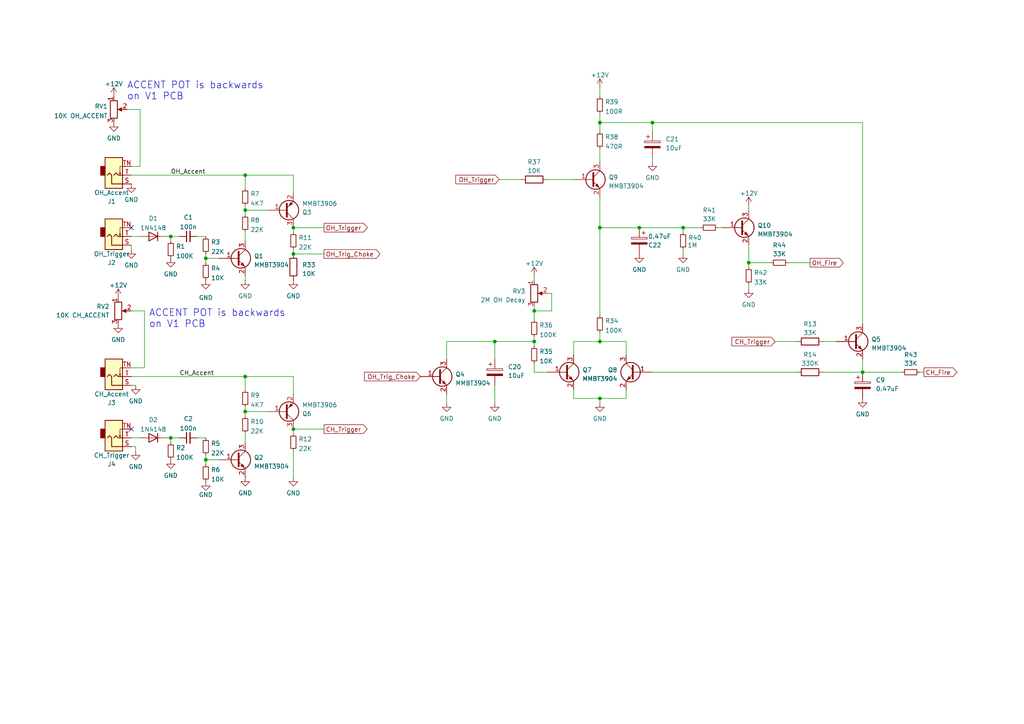
<source format=kicad_sch>
(kicad_sch (version 20230121) (generator eeschema)

  (uuid f046dfca-e2c6-4032-b8c2-0600cbdca1f1)

  (paper "A4")

  (lib_symbols
    (symbol "Connector_Audio:AudioJack2_SwitchT" (in_bom yes) (on_board yes)
      (property "Reference" "J" (at 0 8.89 0)
        (effects (font (size 1.27 1.27)))
      )
      (property "Value" "AudioJack2_SwitchT" (at 0 6.35 0)
        (effects (font (size 1.27 1.27)))
      )
      (property "Footprint" "" (at 0 0 0)
        (effects (font (size 1.27 1.27)) hide)
      )
      (property "Datasheet" "~" (at 0 0 0)
        (effects (font (size 1.27 1.27)) hide)
      )
      (property "ki_keywords" "audio jack receptacle mono headphones phone TS connector" (at 0 0 0)
        (effects (font (size 1.27 1.27)) hide)
      )
      (property "ki_description" "Audio Jack, 2 Poles (Mono / TS), Switched T Pole (Normalling)" (at 0 0 0)
        (effects (font (size 1.27 1.27)) hide)
      )
      (property "ki_fp_filters" "Jack*" (at 0 0 0)
        (effects (font (size 1.27 1.27)) hide)
      )
      (symbol "AudioJack2_SwitchT_0_1"
        (rectangle (start -2.54 0) (end -3.81 -2.54)
          (stroke (width 0.254) (type default))
          (fill (type outline))
        )
        (polyline
          (pts
            (xy 1.778 -0.254)
            (xy 2.032 -0.762)
          )
          (stroke (width 0) (type default))
          (fill (type none))
        )
        (polyline
          (pts
            (xy 0 0)
            (xy 0.635 -0.635)
            (xy 1.27 0)
            (xy 2.54 0)
          )
          (stroke (width 0.254) (type default))
          (fill (type none))
        )
        (polyline
          (pts
            (xy 2.54 -2.54)
            (xy 1.778 -2.54)
            (xy 1.778 -0.254)
            (xy 1.524 -0.762)
          )
          (stroke (width 0) (type default))
          (fill (type none))
        )
        (polyline
          (pts
            (xy 2.54 2.54)
            (xy -0.635 2.54)
            (xy -0.635 0)
            (xy -1.27 -0.635)
            (xy -1.905 0)
          )
          (stroke (width 0.254) (type default))
          (fill (type none))
        )
        (rectangle (start 2.54 3.81) (end -2.54 -5.08)
          (stroke (width 0.254) (type default))
          (fill (type background))
        )
      )
      (symbol "AudioJack2_SwitchT_1_1"
        (pin passive line (at 5.08 2.54 180) (length 2.54)
          (name "~" (effects (font (size 1.27 1.27))))
          (number "S" (effects (font (size 1.27 1.27))))
        )
        (pin passive line (at 5.08 0 180) (length 2.54)
          (name "~" (effects (font (size 1.27 1.27))))
          (number "T" (effects (font (size 1.27 1.27))))
        )
        (pin passive line (at 5.08 -2.54 180) (length 2.54)
          (name "~" (effects (font (size 1.27 1.27))))
          (number "TN" (effects (font (size 1.27 1.27))))
        )
      )
    )
    (symbol "Device:C_Polarized" (pin_numbers hide) (pin_names (offset 0.254)) (in_bom yes) (on_board yes)
      (property "Reference" "C" (at 0.635 2.54 0)
        (effects (font (size 1.27 1.27)) (justify left))
      )
      (property "Value" "C_Polarized" (at 0.635 -2.54 0)
        (effects (font (size 1.27 1.27)) (justify left))
      )
      (property "Footprint" "" (at 0.9652 -3.81 0)
        (effects (font (size 1.27 1.27)) hide)
      )
      (property "Datasheet" "~" (at 0 0 0)
        (effects (font (size 1.27 1.27)) hide)
      )
      (property "ki_keywords" "cap capacitor" (at 0 0 0)
        (effects (font (size 1.27 1.27)) hide)
      )
      (property "ki_description" "Polarized capacitor" (at 0 0 0)
        (effects (font (size 1.27 1.27)) hide)
      )
      (property "ki_fp_filters" "CP_*" (at 0 0 0)
        (effects (font (size 1.27 1.27)) hide)
      )
      (symbol "C_Polarized_0_1"
        (rectangle (start -2.286 0.508) (end 2.286 1.016)
          (stroke (width 0) (type default))
          (fill (type none))
        )
        (polyline
          (pts
            (xy -1.778 2.286)
            (xy -0.762 2.286)
          )
          (stroke (width 0) (type default))
          (fill (type none))
        )
        (polyline
          (pts
            (xy -1.27 2.794)
            (xy -1.27 1.778)
          )
          (stroke (width 0) (type default))
          (fill (type none))
        )
        (rectangle (start 2.286 -0.508) (end -2.286 -1.016)
          (stroke (width 0) (type default))
          (fill (type outline))
        )
      )
      (symbol "C_Polarized_1_1"
        (pin passive line (at 0 3.81 270) (length 2.794)
          (name "~" (effects (font (size 1.27 1.27))))
          (number "1" (effects (font (size 1.27 1.27))))
        )
        (pin passive line (at 0 -3.81 90) (length 2.794)
          (name "~" (effects (font (size 1.27 1.27))))
          (number "2" (effects (font (size 1.27 1.27))))
        )
      )
    )
    (symbol "Device:C_Small" (pin_numbers hide) (pin_names (offset 0.254) hide) (in_bom yes) (on_board yes)
      (property "Reference" "C" (at 0.254 1.778 0)
        (effects (font (size 1.27 1.27)) (justify left))
      )
      (property "Value" "C_Small" (at 0.254 -2.032 0)
        (effects (font (size 1.27 1.27)) (justify left))
      )
      (property "Footprint" "" (at 0 0 0)
        (effects (font (size 1.27 1.27)) hide)
      )
      (property "Datasheet" "~" (at 0 0 0)
        (effects (font (size 1.27 1.27)) hide)
      )
      (property "ki_keywords" "capacitor cap" (at 0 0 0)
        (effects (font (size 1.27 1.27)) hide)
      )
      (property "ki_description" "Unpolarized capacitor, small symbol" (at 0 0 0)
        (effects (font (size 1.27 1.27)) hide)
      )
      (property "ki_fp_filters" "C_*" (at 0 0 0)
        (effects (font (size 1.27 1.27)) hide)
      )
      (symbol "C_Small_0_1"
        (polyline
          (pts
            (xy -1.524 -0.508)
            (xy 1.524 -0.508)
          )
          (stroke (width 0.3302) (type default))
          (fill (type none))
        )
        (polyline
          (pts
            (xy -1.524 0.508)
            (xy 1.524 0.508)
          )
          (stroke (width 0.3048) (type default))
          (fill (type none))
        )
      )
      (symbol "C_Small_1_1"
        (pin passive line (at 0 2.54 270) (length 2.032)
          (name "~" (effects (font (size 1.27 1.27))))
          (number "1" (effects (font (size 1.27 1.27))))
        )
        (pin passive line (at 0 -2.54 90) (length 2.032)
          (name "~" (effects (font (size 1.27 1.27))))
          (number "2" (effects (font (size 1.27 1.27))))
        )
      )
    )
    (symbol "Device:D" (pin_numbers hide) (pin_names (offset 1.016) hide) (in_bom yes) (on_board yes)
      (property "Reference" "D" (at 0 2.54 0)
        (effects (font (size 1.27 1.27)))
      )
      (property "Value" "D" (at 0 -2.54 0)
        (effects (font (size 1.27 1.27)))
      )
      (property "Footprint" "" (at 0 0 0)
        (effects (font (size 1.27 1.27)) hide)
      )
      (property "Datasheet" "~" (at 0 0 0)
        (effects (font (size 1.27 1.27)) hide)
      )
      (property "Sim.Device" "D" (at 0 0 0)
        (effects (font (size 1.27 1.27)) hide)
      )
      (property "Sim.Pins" "1=K 2=A" (at 0 0 0)
        (effects (font (size 1.27 1.27)) hide)
      )
      (property "ki_keywords" "diode" (at 0 0 0)
        (effects (font (size 1.27 1.27)) hide)
      )
      (property "ki_description" "Diode" (at 0 0 0)
        (effects (font (size 1.27 1.27)) hide)
      )
      (property "ki_fp_filters" "TO-???* *_Diode_* *SingleDiode* D_*" (at 0 0 0)
        (effects (font (size 1.27 1.27)) hide)
      )
      (symbol "D_0_1"
        (polyline
          (pts
            (xy -1.27 1.27)
            (xy -1.27 -1.27)
          )
          (stroke (width 0.254) (type default))
          (fill (type none))
        )
        (polyline
          (pts
            (xy 1.27 0)
            (xy -1.27 0)
          )
          (stroke (width 0) (type default))
          (fill (type none))
        )
        (polyline
          (pts
            (xy 1.27 1.27)
            (xy 1.27 -1.27)
            (xy -1.27 0)
            (xy 1.27 1.27)
          )
          (stroke (width 0.254) (type default))
          (fill (type none))
        )
      )
      (symbol "D_1_1"
        (pin passive line (at -3.81 0 0) (length 2.54)
          (name "K" (effects (font (size 1.27 1.27))))
          (number "1" (effects (font (size 1.27 1.27))))
        )
        (pin passive line (at 3.81 0 180) (length 2.54)
          (name "A" (effects (font (size 1.27 1.27))))
          (number "2" (effects (font (size 1.27 1.27))))
        )
      )
    )
    (symbol "Device:R" (pin_numbers hide) (pin_names (offset 0)) (in_bom yes) (on_board yes)
      (property "Reference" "R" (at 2.032 0 90)
        (effects (font (size 1.27 1.27)))
      )
      (property "Value" "R" (at 0 0 90)
        (effects (font (size 1.27 1.27)))
      )
      (property "Footprint" "" (at -1.778 0 90)
        (effects (font (size 1.27 1.27)) hide)
      )
      (property "Datasheet" "~" (at 0 0 0)
        (effects (font (size 1.27 1.27)) hide)
      )
      (property "ki_keywords" "R res resistor" (at 0 0 0)
        (effects (font (size 1.27 1.27)) hide)
      )
      (property "ki_description" "Resistor" (at 0 0 0)
        (effects (font (size 1.27 1.27)) hide)
      )
      (property "ki_fp_filters" "R_*" (at 0 0 0)
        (effects (font (size 1.27 1.27)) hide)
      )
      (symbol "R_0_1"
        (rectangle (start -1.016 -2.54) (end 1.016 2.54)
          (stroke (width 0.254) (type default))
          (fill (type none))
        )
      )
      (symbol "R_1_1"
        (pin passive line (at 0 3.81 270) (length 1.27)
          (name "~" (effects (font (size 1.27 1.27))))
          (number "1" (effects (font (size 1.27 1.27))))
        )
        (pin passive line (at 0 -3.81 90) (length 1.27)
          (name "~" (effects (font (size 1.27 1.27))))
          (number "2" (effects (font (size 1.27 1.27))))
        )
      )
    )
    (symbol "Device:R_Potentiometer" (pin_names (offset 1.016) hide) (in_bom yes) (on_board yes)
      (property "Reference" "RV" (at -4.445 0 90)
        (effects (font (size 1.27 1.27)))
      )
      (property "Value" "R_Potentiometer" (at -2.54 0 90)
        (effects (font (size 1.27 1.27)))
      )
      (property "Footprint" "" (at 0 0 0)
        (effects (font (size 1.27 1.27)) hide)
      )
      (property "Datasheet" "~" (at 0 0 0)
        (effects (font (size 1.27 1.27)) hide)
      )
      (property "ki_keywords" "resistor variable" (at 0 0 0)
        (effects (font (size 1.27 1.27)) hide)
      )
      (property "ki_description" "Potentiometer" (at 0 0 0)
        (effects (font (size 1.27 1.27)) hide)
      )
      (property "ki_fp_filters" "Potentiometer*" (at 0 0 0)
        (effects (font (size 1.27 1.27)) hide)
      )
      (symbol "R_Potentiometer_0_1"
        (polyline
          (pts
            (xy 2.54 0)
            (xy 1.524 0)
          )
          (stroke (width 0) (type default))
          (fill (type none))
        )
        (polyline
          (pts
            (xy 1.143 0)
            (xy 2.286 0.508)
            (xy 2.286 -0.508)
            (xy 1.143 0)
          )
          (stroke (width 0) (type default))
          (fill (type outline))
        )
        (rectangle (start 1.016 2.54) (end -1.016 -2.54)
          (stroke (width 0.254) (type default))
          (fill (type none))
        )
      )
      (symbol "R_Potentiometer_1_1"
        (pin passive line (at 0 3.81 270) (length 1.27)
          (name "1" (effects (font (size 1.27 1.27))))
          (number "1" (effects (font (size 1.27 1.27))))
        )
        (pin passive line (at 3.81 0 180) (length 1.27)
          (name "2" (effects (font (size 1.27 1.27))))
          (number "2" (effects (font (size 1.27 1.27))))
        )
        (pin passive line (at 0 -3.81 90) (length 1.27)
          (name "3" (effects (font (size 1.27 1.27))))
          (number "3" (effects (font (size 1.27 1.27))))
        )
      )
    )
    (symbol "Device:R_Small" (pin_numbers hide) (pin_names (offset 0.254) hide) (in_bom yes) (on_board yes)
      (property "Reference" "R" (at 0.762 0.508 0)
        (effects (font (size 1.27 1.27)) (justify left))
      )
      (property "Value" "R_Small" (at 0.762 -1.016 0)
        (effects (font (size 1.27 1.27)) (justify left))
      )
      (property "Footprint" "" (at 0 0 0)
        (effects (font (size 1.27 1.27)) hide)
      )
      (property "Datasheet" "~" (at 0 0 0)
        (effects (font (size 1.27 1.27)) hide)
      )
      (property "ki_keywords" "R resistor" (at 0 0 0)
        (effects (font (size 1.27 1.27)) hide)
      )
      (property "ki_description" "Resistor, small symbol" (at 0 0 0)
        (effects (font (size 1.27 1.27)) hide)
      )
      (property "ki_fp_filters" "R_*" (at 0 0 0)
        (effects (font (size 1.27 1.27)) hide)
      )
      (symbol "R_Small_0_1"
        (rectangle (start -0.762 1.778) (end 0.762 -1.778)
          (stroke (width 0.2032) (type default))
          (fill (type none))
        )
      )
      (symbol "R_Small_1_1"
        (pin passive line (at 0 2.54 270) (length 0.762)
          (name "~" (effects (font (size 1.27 1.27))))
          (number "1" (effects (font (size 1.27 1.27))))
        )
        (pin passive line (at 0 -2.54 90) (length 0.762)
          (name "~" (effects (font (size 1.27 1.27))))
          (number "2" (effects (font (size 1.27 1.27))))
        )
      )
    )
    (symbol "Transistor_BJT:MMBT3904" (pin_names (offset 0) hide) (in_bom yes) (on_board yes)
      (property "Reference" "Q" (at 5.08 1.905 0)
        (effects (font (size 1.27 1.27)) (justify left))
      )
      (property "Value" "MMBT3904" (at 5.08 0 0)
        (effects (font (size 1.27 1.27)) (justify left))
      )
      (property "Footprint" "Package_TO_SOT_SMD:SOT-23" (at 5.08 -1.905 0)
        (effects (font (size 1.27 1.27) italic) (justify left) hide)
      )
      (property "Datasheet" "https://www.onsemi.com/pdf/datasheet/pzt3904-d.pdf" (at 0 0 0)
        (effects (font (size 1.27 1.27)) (justify left) hide)
      )
      (property "ki_keywords" "NPN Transistor" (at 0 0 0)
        (effects (font (size 1.27 1.27)) hide)
      )
      (property "ki_description" "0.2A Ic, 40V Vce, Small Signal NPN Transistor, SOT-23" (at 0 0 0)
        (effects (font (size 1.27 1.27)) hide)
      )
      (property "ki_fp_filters" "SOT?23*" (at 0 0 0)
        (effects (font (size 1.27 1.27)) hide)
      )
      (symbol "MMBT3904_0_1"
        (polyline
          (pts
            (xy 0.635 0.635)
            (xy 2.54 2.54)
          )
          (stroke (width 0) (type default))
          (fill (type none))
        )
        (polyline
          (pts
            (xy 0.635 -0.635)
            (xy 2.54 -2.54)
            (xy 2.54 -2.54)
          )
          (stroke (width 0) (type default))
          (fill (type none))
        )
        (polyline
          (pts
            (xy 0.635 1.905)
            (xy 0.635 -1.905)
            (xy 0.635 -1.905)
          )
          (stroke (width 0.508) (type default))
          (fill (type none))
        )
        (polyline
          (pts
            (xy 1.27 -1.778)
            (xy 1.778 -1.27)
            (xy 2.286 -2.286)
            (xy 1.27 -1.778)
            (xy 1.27 -1.778)
          )
          (stroke (width 0) (type default))
          (fill (type outline))
        )
        (circle (center 1.27 0) (radius 2.8194)
          (stroke (width 0.254) (type default))
          (fill (type none))
        )
      )
      (symbol "MMBT3904_1_1"
        (pin input line (at -5.08 0 0) (length 5.715)
          (name "B" (effects (font (size 1.27 1.27))))
          (number "1" (effects (font (size 1.27 1.27))))
        )
        (pin passive line (at 2.54 -5.08 90) (length 2.54)
          (name "E" (effects (font (size 1.27 1.27))))
          (number "2" (effects (font (size 1.27 1.27))))
        )
        (pin passive line (at 2.54 5.08 270) (length 2.54)
          (name "C" (effects (font (size 1.27 1.27))))
          (number "3" (effects (font (size 1.27 1.27))))
        )
      )
    )
    (symbol "Transistor_BJT:MMBT3906" (pin_names (offset 0) hide) (in_bom yes) (on_board yes)
      (property "Reference" "Q" (at 5.08 1.905 0)
        (effects (font (size 1.27 1.27)) (justify left))
      )
      (property "Value" "MMBT3906" (at 5.08 0 0)
        (effects (font (size 1.27 1.27)) (justify left))
      )
      (property "Footprint" "Package_TO_SOT_SMD:SOT-23" (at 5.08 -1.905 0)
        (effects (font (size 1.27 1.27) italic) (justify left) hide)
      )
      (property "Datasheet" "https://www.onsemi.com/pdf/datasheet/pzt3906-d.pdf" (at 0 0 0)
        (effects (font (size 1.27 1.27)) (justify left) hide)
      )
      (property "ki_keywords" "PNP Transistor" (at 0 0 0)
        (effects (font (size 1.27 1.27)) hide)
      )
      (property "ki_description" "-0.2A Ic, -40V Vce, Small Signal PNP Transistor, SOT-23" (at 0 0 0)
        (effects (font (size 1.27 1.27)) hide)
      )
      (property "ki_fp_filters" "SOT?23*" (at 0 0 0)
        (effects (font (size 1.27 1.27)) hide)
      )
      (symbol "MMBT3906_0_1"
        (polyline
          (pts
            (xy 0.635 0.635)
            (xy 2.54 2.54)
          )
          (stroke (width 0) (type default))
          (fill (type none))
        )
        (polyline
          (pts
            (xy 0.635 -0.635)
            (xy 2.54 -2.54)
            (xy 2.54 -2.54)
          )
          (stroke (width 0) (type default))
          (fill (type none))
        )
        (polyline
          (pts
            (xy 0.635 1.905)
            (xy 0.635 -1.905)
            (xy 0.635 -1.905)
          )
          (stroke (width 0.508) (type default))
          (fill (type none))
        )
        (polyline
          (pts
            (xy 2.286 -1.778)
            (xy 1.778 -2.286)
            (xy 1.27 -1.27)
            (xy 2.286 -1.778)
            (xy 2.286 -1.778)
          )
          (stroke (width 0) (type default))
          (fill (type outline))
        )
        (circle (center 1.27 0) (radius 2.8194)
          (stroke (width 0.254) (type default))
          (fill (type none))
        )
      )
      (symbol "MMBT3906_1_1"
        (pin input line (at -5.08 0 0) (length 5.715)
          (name "B" (effects (font (size 1.27 1.27))))
          (number "1" (effects (font (size 1.27 1.27))))
        )
        (pin passive line (at 2.54 -5.08 90) (length 2.54)
          (name "E" (effects (font (size 1.27 1.27))))
          (number "2" (effects (font (size 1.27 1.27))))
        )
        (pin passive line (at 2.54 5.08 270) (length 2.54)
          (name "C" (effects (font (size 1.27 1.27))))
          (number "3" (effects (font (size 1.27 1.27))))
        )
      )
    )
    (symbol "power:+12V" (power) (pin_names (offset 0)) (in_bom yes) (on_board yes)
      (property "Reference" "#PWR" (at 0 -3.81 0)
        (effects (font (size 1.27 1.27)) hide)
      )
      (property "Value" "+12V" (at 0 3.556 0)
        (effects (font (size 1.27 1.27)))
      )
      (property "Footprint" "" (at 0 0 0)
        (effects (font (size 1.27 1.27)) hide)
      )
      (property "Datasheet" "" (at 0 0 0)
        (effects (font (size 1.27 1.27)) hide)
      )
      (property "ki_keywords" "global power" (at 0 0 0)
        (effects (font (size 1.27 1.27)) hide)
      )
      (property "ki_description" "Power symbol creates a global label with name \"+12V\"" (at 0 0 0)
        (effects (font (size 1.27 1.27)) hide)
      )
      (symbol "+12V_0_1"
        (polyline
          (pts
            (xy -0.762 1.27)
            (xy 0 2.54)
          )
          (stroke (width 0) (type default))
          (fill (type none))
        )
        (polyline
          (pts
            (xy 0 0)
            (xy 0 2.54)
          )
          (stroke (width 0) (type default))
          (fill (type none))
        )
        (polyline
          (pts
            (xy 0 2.54)
            (xy 0.762 1.27)
          )
          (stroke (width 0) (type default))
          (fill (type none))
        )
      )
      (symbol "+12V_1_1"
        (pin power_in line (at 0 0 90) (length 0) hide
          (name "+12V" (effects (font (size 1.27 1.27))))
          (number "1" (effects (font (size 1.27 1.27))))
        )
      )
    )
    (symbol "power:GND" (power) (pin_names (offset 0)) (in_bom yes) (on_board yes)
      (property "Reference" "#PWR" (at 0 -6.35 0)
        (effects (font (size 1.27 1.27)) hide)
      )
      (property "Value" "GND" (at 0 -3.81 0)
        (effects (font (size 1.27 1.27)))
      )
      (property "Footprint" "" (at 0 0 0)
        (effects (font (size 1.27 1.27)) hide)
      )
      (property "Datasheet" "" (at 0 0 0)
        (effects (font (size 1.27 1.27)) hide)
      )
      (property "ki_keywords" "global power" (at 0 0 0)
        (effects (font (size 1.27 1.27)) hide)
      )
      (property "ki_description" "Power symbol creates a global label with name \"GND\" , ground" (at 0 0 0)
        (effects (font (size 1.27 1.27)) hide)
      )
      (symbol "GND_0_1"
        (polyline
          (pts
            (xy 0 0)
            (xy 0 -1.27)
            (xy 1.27 -1.27)
            (xy 0 -2.54)
            (xy -1.27 -1.27)
            (xy 0 -1.27)
          )
          (stroke (width 0) (type default))
          (fill (type none))
        )
      )
      (symbol "GND_1_1"
        (pin power_in line (at 0 0 270) (length 0) hide
          (name "GND" (effects (font (size 1.27 1.27))))
          (number "1" (effects (font (size 1.27 1.27))))
        )
      )
    )
  )

  (junction (at 71.12 60.96) (diameter 0) (color 0 0 0 0)
    (uuid 0debd123-b8f3-4d0b-a98f-f87f3644e1e4)
  )
  (junction (at 154.94 99.06) (diameter 0) (color 0 0 0 0)
    (uuid 1d0e25f7-f62c-4f7c-9315-12df2cd38fbc)
  )
  (junction (at 49.53 127) (diameter 0) (color 0 0 0 0)
    (uuid 1fa9404e-b124-48be-af35-1a1c55185d6c)
  )
  (junction (at 85.09 66.04) (diameter 0) (color 0 0 0 0)
    (uuid 2f49f110-2fb4-4cbf-8db8-91d68b6038a2)
  )
  (junction (at 59.69 133.35) (diameter 0) (color 0 0 0 0)
    (uuid 3097dce6-bf90-4317-b98c-1ba848630bd7)
  )
  (junction (at 173.99 35.56) (diameter 0) (color 0 0 0 0)
    (uuid 326a51bc-0097-4a76-bd75-acc5b0ee34ce)
  )
  (junction (at 185.42 66.04) (diameter 0) (color 0 0 0 0)
    (uuid 3f3a938b-7860-4c76-81f2-417f843fc19b)
  )
  (junction (at 173.99 99.06) (diameter 0) (color 0 0 0 0)
    (uuid 4cbe0e87-eef6-41c8-80d6-83c4b075e325)
  )
  (junction (at 85.09 73.66) (diameter 0) (color 0 0 0 0)
    (uuid 4e4140e2-7273-4854-a235-00e14c020e19)
  )
  (junction (at 71.12 50.8) (diameter 0) (color 0 0 0 0)
    (uuid 51bac9e1-d39a-4b4c-806a-ee5d5e52e8c0)
  )
  (junction (at 173.99 66.04) (diameter 0) (color 0 0 0 0)
    (uuid 69b30cc2-7948-49a5-9b72-200f5f31922c)
  )
  (junction (at 154.94 90.17) (diameter 0) (color 0 0 0 0)
    (uuid 6ab0845a-fe56-4d68-b4ac-73c10835888b)
  )
  (junction (at 71.12 109.22) (diameter 0) (color 0 0 0 0)
    (uuid 767aab84-0e7d-49c8-a375-728c706dc0b7)
  )
  (junction (at 59.69 74.93) (diameter 0) (color 0 0 0 0)
    (uuid 929121f5-c43d-4509-ba92-aeab31d3d681)
  )
  (junction (at 250.19 107.95) (diameter 0) (color 0 0 0 0)
    (uuid ac314990-7799-423a-a3db-a7769a7ccdf6)
  )
  (junction (at 143.51 99.06) (diameter 0) (color 0 0 0 0)
    (uuid acedc9c3-be95-4d8f-a209-40fb858a6fca)
  )
  (junction (at 85.09 124.46) (diameter 0) (color 0 0 0 0)
    (uuid b7c0240a-9d23-493d-99ec-17b8d419979f)
  )
  (junction (at 217.17 76.2) (diameter 0) (color 0 0 0 0)
    (uuid be0b3a21-2896-4041-ac94-184354ca2f1e)
  )
  (junction (at 49.53 68.58) (diameter 0) (color 0 0 0 0)
    (uuid d4383dae-eb4c-4f75-9192-262773564676)
  )
  (junction (at 173.99 115.57) (diameter 0) (color 0 0 0 0)
    (uuid ea75ed4e-268e-4c5a-9cf2-718cc6f9d820)
  )
  (junction (at 189.23 35.56) (diameter 0) (color 0 0 0 0)
    (uuid f48008db-b40b-4040-bfde-0bef0a35cb54)
  )
  (junction (at 198.12 66.04) (diameter 0) (color 0 0 0 0)
    (uuid fce7409c-c32a-4ab3-8429-80819d69c001)
  )
  (junction (at 71.12 119.38) (diameter 0) (color 0 0 0 0)
    (uuid ff41df99-a690-4b2e-bff6-b1515540ac40)
  )

  (no_connect (at 38.1 124.46) (uuid 339fbb18-c87c-42b4-963c-8408c0832292))
  (no_connect (at 38.1 66.04) (uuid a6517a3d-7de2-44bb-832a-ab3340d8933f))

  (wire (pts (xy 39.37 129.54) (xy 39.37 130.81))
    (stroke (width 0) (type default))
    (uuid 0317cd15-521f-4fe8-a273-012cf093698f)
  )
  (wire (pts (xy 71.12 67.31) (xy 71.12 69.85))
    (stroke (width 0) (type default))
    (uuid 06b079db-f061-4252-99cc-aea76cf702e3)
  )
  (wire (pts (xy 59.69 133.35) (xy 59.69 134.62))
    (stroke (width 0) (type default))
    (uuid 0892cd61-2a09-4f15-bd73-5bb38f488e69)
  )
  (wire (pts (xy 173.99 115.57) (xy 181.61 115.57))
    (stroke (width 0) (type default))
    (uuid 0ada4395-a374-4188-915e-4ea8b89ced99)
  )
  (wire (pts (xy 38.1 50.8) (xy 71.12 50.8))
    (stroke (width 0) (type default))
    (uuid 0b1d1e96-2baf-45a1-9816-b023953eca15)
  )
  (wire (pts (xy 63.5 74.93) (xy 59.69 74.93))
    (stroke (width 0) (type default))
    (uuid 0bf8c892-0917-483b-bc0c-2b3891aad2ef)
  )
  (wire (pts (xy 57.15 68.58) (xy 59.69 68.58))
    (stroke (width 0) (type default))
    (uuid 0fd7cd58-291d-4b87-b695-13474bd8bf7b)
  )
  (wire (pts (xy 198.12 66.04) (xy 203.2 66.04))
    (stroke (width 0) (type default))
    (uuid 1072e7a7-f12b-43b5-b014-ae92708c7cdf)
  )
  (wire (pts (xy 223.52 76.2) (xy 217.17 76.2))
    (stroke (width 0) (type default))
    (uuid 1326e5e0-f491-44fe-af8b-b0b684b8937c)
  )
  (wire (pts (xy 38.1 106.68) (xy 41.91 106.68))
    (stroke (width 0) (type default))
    (uuid 137852d1-3aea-4d9c-9480-eff6a9f4d11a)
  )
  (wire (pts (xy 71.12 59.69) (xy 71.12 60.96))
    (stroke (width 0) (type default))
    (uuid 1542972d-26b9-480a-8f71-42e145c50465)
  )
  (wire (pts (xy 238.76 99.06) (xy 242.57 99.06))
    (stroke (width 0) (type default))
    (uuid 1b497e05-7890-40ec-9cbc-41a1d13cb7af)
  )
  (wire (pts (xy 38.1 111.76) (xy 39.37 111.76))
    (stroke (width 0) (type default))
    (uuid 1bd9ec52-c820-4079-b25a-819a52d28824)
  )
  (wire (pts (xy 40.64 48.26) (xy 40.64 31.75))
    (stroke (width 0) (type default))
    (uuid 1e3a49d9-4828-407c-89e4-4fa266244b07)
  )
  (wire (pts (xy 85.09 130.81) (xy 85.09 138.43))
    (stroke (width 0) (type default))
    (uuid 20e5edb3-8628-40f5-b8b6-493550ba65b0)
  )
  (wire (pts (xy 85.09 124.46) (xy 93.98 124.46))
    (stroke (width 0) (type default))
    (uuid 2141c466-78cf-4909-8694-cab492ad1673)
  )
  (wire (pts (xy 158.75 85.09) (xy 160.02 85.09))
    (stroke (width 0) (type default))
    (uuid 2194309a-acc8-421a-9cbb-fb2791ed23a7)
  )
  (wire (pts (xy 173.99 115.57) (xy 173.99 116.84))
    (stroke (width 0) (type default))
    (uuid 21d5aa44-04e2-44e5-84cc-3e037c984038)
  )
  (wire (pts (xy 38.1 48.26) (xy 40.64 48.26))
    (stroke (width 0) (type default))
    (uuid 2723fe24-5839-4d74-944e-25e9ef8907e3)
  )
  (wire (pts (xy 158.75 52.07) (xy 166.37 52.07))
    (stroke (width 0) (type default))
    (uuid 273d0504-cce6-46d4-a5ea-e51d4420e9e0)
  )
  (wire (pts (xy 71.12 118.11) (xy 71.12 119.38))
    (stroke (width 0) (type default))
    (uuid 27b5a81b-9cfd-4de8-8860-3d1b237d6bde)
  )
  (wire (pts (xy 185.42 66.04) (xy 198.12 66.04))
    (stroke (width 0) (type default))
    (uuid 2b0b37e4-7d4e-4c49-91a1-cd9dcb4487bd)
  )
  (wire (pts (xy 85.09 109.22) (xy 85.09 114.3))
    (stroke (width 0) (type default))
    (uuid 323bd53b-12f8-463f-80e1-56a13585d395)
  )
  (wire (pts (xy 71.12 119.38) (xy 77.47 119.38))
    (stroke (width 0) (type default))
    (uuid 333ca376-cafc-4165-ab17-f94c08ef3f3d)
  )
  (wire (pts (xy 38.1 71.12) (xy 38.1 72.39))
    (stroke (width 0) (type default))
    (uuid 3468d28e-71f3-4fcd-9128-d36966058af6)
  )
  (wire (pts (xy 208.28 66.04) (xy 209.55 66.04))
    (stroke (width 0) (type default))
    (uuid 3a35cd03-9e77-40c7-8164-1f07aef95131)
  )
  (wire (pts (xy 38.1 68.58) (xy 40.64 68.58))
    (stroke (width 0) (type default))
    (uuid 3a4ad6ae-d8ea-4f62-9850-c591a106da2a)
  )
  (wire (pts (xy 59.69 73.66) (xy 59.69 74.93))
    (stroke (width 0) (type default))
    (uuid 3d4cf938-83d8-4324-9441-0554cf1e6428)
  )
  (wire (pts (xy 38.1 109.22) (xy 71.12 109.22))
    (stroke (width 0) (type default))
    (uuid 3ee34a62-7a5b-4c52-ac4c-15a92a94183e)
  )
  (wire (pts (xy 143.51 111.76) (xy 143.51 116.84))
    (stroke (width 0) (type default))
    (uuid 4066a387-5ac1-4fd1-8e30-b5916e8908d5)
  )
  (wire (pts (xy 144.78 52.07) (xy 151.13 52.07))
    (stroke (width 0) (type default))
    (uuid 41870737-aad3-4c8f-b145-de1a95eed55c)
  )
  (wire (pts (xy 49.53 68.58) (xy 52.07 68.58))
    (stroke (width 0) (type default))
    (uuid 419b576f-800f-48bb-865c-21914a48643f)
  )
  (wire (pts (xy 129.54 104.14) (xy 129.54 99.06))
    (stroke (width 0) (type default))
    (uuid 466a522a-bb58-4592-b931-2c1f80092f01)
  )
  (wire (pts (xy 217.17 76.2) (xy 217.17 77.47))
    (stroke (width 0) (type default))
    (uuid 4a774f26-c72f-4d37-9b40-817687846705)
  )
  (wire (pts (xy 71.12 109.22) (xy 71.12 113.03))
    (stroke (width 0) (type default))
    (uuid 4aa5f686-4922-4e5d-b1da-60c3816e951c)
  )
  (wire (pts (xy 173.99 33.02) (xy 173.99 35.56))
    (stroke (width 0) (type default))
    (uuid 4b6e9684-afc7-4f6b-a888-53985765975a)
  )
  (wire (pts (xy 173.99 99.06) (xy 181.61 99.06))
    (stroke (width 0) (type default))
    (uuid 4fb2eb64-f7fe-4306-86f7-8298db1ac32a)
  )
  (wire (pts (xy 160.02 85.09) (xy 160.02 90.17))
    (stroke (width 0) (type default))
    (uuid 514677d2-7853-462f-936e-b7f9631f72df)
  )
  (wire (pts (xy 228.6 76.2) (xy 234.95 76.2))
    (stroke (width 0) (type default))
    (uuid 51b79fad-6b67-4065-aee8-124e42f6af06)
  )
  (wire (pts (xy 71.12 81.28) (xy 71.12 80.01))
    (stroke (width 0) (type default))
    (uuid 5882281a-14ac-4990-b594-b2a165fb4cce)
  )
  (wire (pts (xy 63.5 133.35) (xy 59.69 133.35))
    (stroke (width 0) (type default))
    (uuid 5a8a6c82-b0e9-4e89-9e62-fc837c42439a)
  )
  (wire (pts (xy 48.26 68.58) (xy 49.53 68.58))
    (stroke (width 0) (type default))
    (uuid 5b49a491-0989-4d0b-b16a-f8bc444559a0)
  )
  (wire (pts (xy 166.37 113.03) (xy 166.37 115.57))
    (stroke (width 0) (type default))
    (uuid 5e3cf356-9184-4f43-8d81-4b66a58e017f)
  )
  (wire (pts (xy 38.1 129.54) (xy 39.37 129.54))
    (stroke (width 0) (type default))
    (uuid 60290a0c-bad8-442c-9c4a-340132157e04)
  )
  (wire (pts (xy 181.61 113.03) (xy 181.61 115.57))
    (stroke (width 0) (type default))
    (uuid 626bfca4-aa40-48ce-9a38-1207a9e7123d)
  )
  (wire (pts (xy 266.7 107.95) (xy 267.97 107.95))
    (stroke (width 0) (type default))
    (uuid 62d69796-1d8b-4211-b5f8-e4b7fef832bf)
  )
  (wire (pts (xy 41.91 90.17) (xy 38.1 90.17))
    (stroke (width 0) (type default))
    (uuid 6c01c2b7-8883-41f0-b386-9516ece34a42)
  )
  (wire (pts (xy 181.61 99.06) (xy 181.61 102.87))
    (stroke (width 0) (type default))
    (uuid 6d25e5ec-cc5e-4853-91da-f8049a5543c5)
  )
  (wire (pts (xy 59.69 132.08) (xy 59.69 133.35))
    (stroke (width 0) (type default))
    (uuid 71d03392-6049-4155-8404-4562352f432a)
  )
  (wire (pts (xy 71.12 109.22) (xy 85.09 109.22))
    (stroke (width 0) (type default))
    (uuid 7229dc3a-2877-49ce-80a9-3495c07dd51f)
  )
  (wire (pts (xy 224.79 99.06) (xy 231.14 99.06))
    (stroke (width 0) (type default))
    (uuid 75289cf0-903e-43ac-beb7-ef52a3699ec0)
  )
  (wire (pts (xy 166.37 99.06) (xy 173.99 99.06))
    (stroke (width 0) (type default))
    (uuid 7d300e53-e7e3-4cd9-b073-1483f68fe069)
  )
  (wire (pts (xy 173.99 66.04) (xy 185.42 66.04))
    (stroke (width 0) (type default))
    (uuid 7fe5212f-8ea2-4765-b892-c551bab11e59)
  )
  (wire (pts (xy 173.99 57.15) (xy 173.99 66.04))
    (stroke (width 0) (type default))
    (uuid 823a1ada-0af7-4e36-a20c-f7c7d39cb25c)
  )
  (wire (pts (xy 71.12 125.73) (xy 71.12 128.27))
    (stroke (width 0) (type default))
    (uuid 86016720-5afe-409a-800b-40a9df0fa4fe)
  )
  (wire (pts (xy 250.19 35.56) (xy 250.19 93.98))
    (stroke (width 0) (type default))
    (uuid 897982dd-a15e-4429-b7b2-feccc68da088)
  )
  (wire (pts (xy 49.53 127) (xy 49.53 128.27))
    (stroke (width 0) (type default))
    (uuid 8aaa6378-1a09-45c5-b786-6c2f5397bc57)
  )
  (wire (pts (xy 48.26 127) (xy 49.53 127))
    (stroke (width 0) (type default))
    (uuid 8b57025b-d49b-4c51-abc2-ca51cb9428e4)
  )
  (wire (pts (xy 71.12 60.96) (xy 77.47 60.96))
    (stroke (width 0) (type default))
    (uuid 8b58a783-b41c-4ebe-8337-918fcb766fab)
  )
  (wire (pts (xy 154.94 107.95) (xy 158.75 107.95))
    (stroke (width 0) (type default))
    (uuid 92f43caa-2c43-4358-89ac-03d377046e19)
  )
  (wire (pts (xy 85.09 124.46) (xy 85.09 125.73))
    (stroke (width 0) (type default))
    (uuid 93a285a7-bb33-4464-a7af-38b4f052f54a)
  )
  (wire (pts (xy 166.37 115.57) (xy 173.99 115.57))
    (stroke (width 0) (type default))
    (uuid 974afd2b-6345-45ec-8f3e-499b90c957f7)
  )
  (wire (pts (xy 129.54 114.3) (xy 129.54 116.84))
    (stroke (width 0) (type default))
    (uuid 993b1b86-610c-454b-96ac-f4d6f9df81c6)
  )
  (wire (pts (xy 250.19 104.14) (xy 250.19 107.95))
    (stroke (width 0) (type default))
    (uuid 9a4bfac7-aad8-4918-b8e0-d17cb2faa19d)
  )
  (wire (pts (xy 189.23 35.56) (xy 250.19 35.56))
    (stroke (width 0) (type default))
    (uuid a23d3ebd-b7fd-4501-b7d6-841579f47cb3)
  )
  (wire (pts (xy 154.94 80.01) (xy 154.94 81.28))
    (stroke (width 0) (type default))
    (uuid a282d470-cc39-40d1-b860-d8bf55a35c77)
  )
  (wire (pts (xy 173.99 43.18) (xy 173.99 46.99))
    (stroke (width 0) (type default))
    (uuid a601faa0-31bb-44e3-bf40-ff769556bc7a)
  )
  (wire (pts (xy 71.12 50.8) (xy 85.09 50.8))
    (stroke (width 0) (type default))
    (uuid a6d09bf6-f99c-47dd-8fc2-e89548b5d831)
  )
  (wire (pts (xy 189.23 45.72) (xy 189.23 46.99))
    (stroke (width 0) (type default))
    (uuid aa923648-8eac-44ed-97ae-00b4ebc68736)
  )
  (wire (pts (xy 85.09 73.66) (xy 93.98 73.66))
    (stroke (width 0) (type default))
    (uuid abb3e961-7281-48f9-914f-3c83f33a8b48)
  )
  (wire (pts (xy 143.51 99.06) (xy 154.94 99.06))
    (stroke (width 0) (type default))
    (uuid ac312d37-c236-4c23-89a6-e4e7d1a2875f)
  )
  (wire (pts (xy 154.94 90.17) (xy 160.02 90.17))
    (stroke (width 0) (type default))
    (uuid ac34b209-996e-4c91-aec6-a996e441abfb)
  )
  (wire (pts (xy 85.09 66.04) (xy 85.09 67.31))
    (stroke (width 0) (type default))
    (uuid ad67f550-e551-4d80-a92a-455a86b10caf)
  )
  (wire (pts (xy 217.17 82.55) (xy 217.17 83.82))
    (stroke (width 0) (type default))
    (uuid b4bf45af-ac70-4df4-9cd1-b546b8c90472)
  )
  (wire (pts (xy 154.94 105.41) (xy 154.94 107.95))
    (stroke (width 0) (type default))
    (uuid b55c58ca-91b4-461d-97a9-f080515834f7)
  )
  (wire (pts (xy 238.76 107.95) (xy 250.19 107.95))
    (stroke (width 0) (type default))
    (uuid b6731e26-d159-4a5e-92e3-55b16dfafe58)
  )
  (wire (pts (xy 49.53 68.58) (xy 49.53 69.85))
    (stroke (width 0) (type default))
    (uuid b6774e94-0b79-479f-876d-f30e2e05bcff)
  )
  (wire (pts (xy 166.37 102.87) (xy 166.37 99.06))
    (stroke (width 0) (type default))
    (uuid ba379d70-b385-4df3-974c-fda0cc4856e5)
  )
  (wire (pts (xy 41.91 106.68) (xy 41.91 90.17))
    (stroke (width 0) (type default))
    (uuid bcd7840a-7994-4f8c-ac55-7d6030281f34)
  )
  (wire (pts (xy 143.51 104.14) (xy 143.51 99.06))
    (stroke (width 0) (type default))
    (uuid bd306b44-e42b-4d4e-bdd6-8c2e9e897569)
  )
  (wire (pts (xy 85.09 72.39) (xy 85.09 73.66))
    (stroke (width 0) (type default))
    (uuid bf9dcda1-626d-4e82-a0ef-0da37fd527d4)
  )
  (wire (pts (xy 154.94 90.17) (xy 154.94 92.71))
    (stroke (width 0) (type default))
    (uuid c054c9f0-27b9-4f6b-822a-e0e45011cce3)
  )
  (wire (pts (xy 154.94 99.06) (xy 154.94 100.33))
    (stroke (width 0) (type default))
    (uuid c1601226-817e-4cbb-9627-73aacee56369)
  )
  (wire (pts (xy 40.64 31.75) (xy 36.83 31.75))
    (stroke (width 0) (type default))
    (uuid c4869c2b-40eb-414d-a494-d2a3ece5df37)
  )
  (wire (pts (xy 173.99 66.04) (xy 173.99 91.44))
    (stroke (width 0) (type default))
    (uuid c800867c-1d66-4291-9f46-5f8451e0977c)
  )
  (wire (pts (xy 71.12 119.38) (xy 71.12 120.65))
    (stroke (width 0) (type default))
    (uuid cb3f9d15-82e9-481b-a476-1217b7bbe5f4)
  )
  (wire (pts (xy 154.94 97.79) (xy 154.94 99.06))
    (stroke (width 0) (type default))
    (uuid cbb28956-48ad-4c24-b99c-2c15f52efd94)
  )
  (wire (pts (xy 49.53 127) (xy 52.07 127))
    (stroke (width 0) (type default))
    (uuid cc190929-db02-4556-93ab-076770baaeef)
  )
  (wire (pts (xy 85.09 50.8) (xy 85.09 55.88))
    (stroke (width 0) (type default))
    (uuid d1234da9-0e45-4693-9e1e-1dc1ec2fd97e)
  )
  (wire (pts (xy 189.23 107.95) (xy 231.14 107.95))
    (stroke (width 0) (type default))
    (uuid d7deaba5-3c89-4127-a7d1-1ab61653397a)
  )
  (wire (pts (xy 85.09 66.04) (xy 93.98 66.04))
    (stroke (width 0) (type default))
    (uuid d8ed5ce0-4a99-4d8a-bcbf-405de3ef65f5)
  )
  (wire (pts (xy 173.99 96.52) (xy 173.99 99.06))
    (stroke (width 0) (type default))
    (uuid dcd66cdb-d257-45da-aaf0-42aa09ee8446)
  )
  (wire (pts (xy 59.69 74.93) (xy 59.69 76.2))
    (stroke (width 0) (type default))
    (uuid e30d6077-2511-45ba-8a56-6c4b80831e80)
  )
  (wire (pts (xy 198.12 72.39) (xy 198.12 73.66))
    (stroke (width 0) (type default))
    (uuid e3650928-de99-4d3b-ac4d-818607cdb82b)
  )
  (wire (pts (xy 154.94 88.9) (xy 154.94 90.17))
    (stroke (width 0) (type default))
    (uuid e38a0a9f-e8aa-4bc8-8ec5-c3c9b9f81906)
  )
  (wire (pts (xy 173.99 35.56) (xy 189.23 35.56))
    (stroke (width 0) (type default))
    (uuid e5e9fcfc-a073-4fdc-9c21-801d74fc7d27)
  )
  (wire (pts (xy 217.17 71.12) (xy 217.17 76.2))
    (stroke (width 0) (type default))
    (uuid e8bcdf6d-cc95-45bc-8c42-5e72b0350572)
  )
  (wire (pts (xy 129.54 99.06) (xy 143.51 99.06))
    (stroke (width 0) (type default))
    (uuid e9d0da72-1757-4d8e-bcf3-bf98619d8175)
  )
  (wire (pts (xy 57.15 127) (xy 59.69 127))
    (stroke (width 0) (type default))
    (uuid ead38c0d-b8d6-4b7d-8ad6-6d40a2e7c9b0)
  )
  (wire (pts (xy 71.12 50.8) (xy 71.12 54.61))
    (stroke (width 0) (type default))
    (uuid ee2eb9f9-62d8-4f5b-a596-67f227132e3e)
  )
  (wire (pts (xy 173.99 25.4) (xy 173.99 27.94))
    (stroke (width 0) (type default))
    (uuid f0bd0ec1-c4d8-46cd-8aca-2d169de7cf91)
  )
  (wire (pts (xy 250.19 107.95) (xy 261.62 107.95))
    (stroke (width 0) (type default))
    (uuid f0c12207-fcf9-491f-ba32-c76529984817)
  )
  (wire (pts (xy 71.12 60.96) (xy 71.12 62.23))
    (stroke (width 0) (type default))
    (uuid f16ee644-79b2-45ba-9e3b-527877b59d51)
  )
  (wire (pts (xy 38.1 127) (xy 40.64 127))
    (stroke (width 0) (type default))
    (uuid f4c6b56b-495d-4e20-a40f-c285ac0828e1)
  )
  (wire (pts (xy 173.99 35.56) (xy 173.99 38.1))
    (stroke (width 0) (type default))
    (uuid f5fa0981-9e7c-4724-8952-ae0660b5727a)
  )
  (wire (pts (xy 189.23 35.56) (xy 189.23 38.1))
    (stroke (width 0) (type default))
    (uuid f868dde7-2745-43fa-8c4a-337ce22ddcef)
  )
  (wire (pts (xy 198.12 66.04) (xy 198.12 67.31))
    (stroke (width 0) (type default))
    (uuid f95e9c97-f0fc-4cea-acfa-f741147d4f59)
  )
  (wire (pts (xy 217.17 59.69) (xy 217.17 60.96))
    (stroke (width 0) (type default))
    (uuid fcc610e1-da02-4c4d-b5f5-da4db76be79a)
  )

  (text "ACCENT POT is backwards\non V1 PCB" (at 36.83 29.21 0)
    (effects (font (size 2 2)) (justify left bottom))
    (uuid 0780ead9-078d-47a5-8b9c-603cc1ebc5e2)
  )
  (text "ACCENT POT is backwards\non V1 PCB" (at 43.18 95.25 0)
    (effects (font (size 2 2)) (justify left bottom))
    (uuid 7ed7aa0f-6d12-495f-997a-6023d03f175d)
  )

  (label "OH_Accent" (at 49.53 50.8 0) (fields_autoplaced)
    (effects (font (size 1.27 1.27)) (justify left bottom))
    (uuid 2ed90643-bdbc-4cc0-8344-be95356f6282)
  )
  (label "CH_Accent" (at 52.07 109.22 0) (fields_autoplaced)
    (effects (font (size 1.27 1.27)) (justify left bottom))
    (uuid 9a966783-e799-40dd-897e-6a95473a8e8d)
  )

  (global_label "CH_Trigger" (shape output) (at 93.98 124.46 0) (fields_autoplaced)
    (effects (font (size 1.27 1.27)) (justify left))
    (uuid 37fba326-074d-409e-9384-73d0bf8ddec4)
    (property "Intersheetrefs" "${INTERSHEET_REFS}" (at 106.3311 124.46 0)
      (effects (font (size 1.27 1.27)) (justify left) hide)
    )
  )
  (global_label "OH_Trigger" (shape input) (at 144.78 52.07 180) (fields_autoplaced)
    (effects (font (size 1.27 1.27)) (justify right))
    (uuid 382fa8a5-69df-4732-aa1e-0ecafc5c1a60)
    (property "Intersheetrefs" "${INTERSHEET_REFS}" (at 132.3684 52.07 0)
      (effects (font (size 1.27 1.27)) (justify right) hide)
    )
  )
  (global_label "OH_Trigger" (shape output) (at 93.98 66.04 0) (fields_autoplaced)
    (effects (font (size 1.27 1.27)) (justify left))
    (uuid 45b29b1a-3cc2-46f5-96ae-3d379129850e)
    (property "Intersheetrefs" "${INTERSHEET_REFS}" (at 106.3916 66.04 0)
      (effects (font (size 1.27 1.27)) (justify left) hide)
    )
  )
  (global_label "OH_Trig_Choke" (shape output) (at 93.98 73.66 0) (fields_autoplaced)
    (effects (font (size 1.27 1.27)) (justify left))
    (uuid 59e26efa-70bb-414d-b528-b01165d7fd9b)
    (property "Intersheetrefs" "${INTERSHEET_REFS}" (at 110.0201 73.66 0)
      (effects (font (size 1.27 1.27)) (justify left) hide)
    )
  )
  (global_label "OH_Fire" (shape output) (at 234.95 76.2 0) (fields_autoplaced)
    (effects (font (size 1.27 1.27)) (justify left))
    (uuid 7d0bbd56-24e4-4f02-93f3-eef20b7c2502)
    (property "Intersheetrefs" "${INTERSHEET_REFS}" (at 244.3984 76.2 0)
      (effects (font (size 1.27 1.27)) (justify left) hide)
    )
  )
  (global_label "OH_Trig_Choke" (shape input) (at 121.92 109.22 180) (fields_autoplaced)
    (effects (font (size 1.27 1.27)) (justify right))
    (uuid 870512b7-52dc-4f00-b688-c27d335171e0)
    (property "Intersheetrefs" "${INTERSHEET_REFS}" (at 105.8799 109.22 0)
      (effects (font (size 1.27 1.27)) (justify right) hide)
    )
  )
  (global_label "CH_Trigger" (shape input) (at 224.79 99.06 180) (fields_autoplaced)
    (effects (font (size 1.27 1.27)) (justify right))
    (uuid a24b810e-6c9d-4a5f-9a3d-22e90e44a4ef)
    (property "Intersheetrefs" "${INTERSHEET_REFS}" (at 212.4389 99.06 0)
      (effects (font (size 1.27 1.27)) (justify right) hide)
    )
  )
  (global_label "CH_Fire" (shape output) (at 267.97 107.95 0) (fields_autoplaced)
    (effects (font (size 1.27 1.27)) (justify left))
    (uuid c5d0f22c-15cc-4b45-aec1-a73e7f04ba97)
    (property "Intersheetrefs" "${INTERSHEET_REFS}" (at 277.3579 107.95 0)
      (effects (font (size 1.27 1.27)) (justify left) hide)
    )
  )

  (symbol (lib_id "Device:C_Polarized") (at 185.42 69.85 0) (mirror y) (unit 1)
    (in_bom yes) (on_board yes) (dnp no)
    (uuid 080862fb-1f9c-438e-932c-242a418b6a97)
    (property "Reference" "C22" (at 187.96 71.12 0)
      (effects (font (size 1.27 1.27)) (justify right))
    )
    (property "Value" "0.47uF" (at 187.96 68.58 0)
      (effects (font (size 1.27 1.27)) (justify right))
    )
    (property "Footprint" "Capacitor_THT:CP_Radial_D5.0mm_P2.50mm" (at 184.4548 73.66 0)
      (effects (font (size 1.27 1.27)) hide)
    )
    (property "Datasheet" "~" (at 185.42 69.85 0)
      (effects (font (size 1.27 1.27)) hide)
    )
    (pin "1" (uuid 0036fcdd-a8d5-4b47-b95b-7089e37b57b9))
    (pin "2" (uuid 38d01cff-786e-49de-81b5-afefd917fdaa))
    (instances
      (project "8x8_Hi_Hats"
        (path "/9538e4ed-27e6-4c37-b989-9859dc0d49e8"
          (reference "C22") (unit 1)
        )
        (path "/9538e4ed-27e6-4c37-b989-9859dc0d49e8/59bbbb17-a201-480c-b81a-9661d8fdc059"
          (reference "C40") (unit 1)
        )
      )
    )
  )

  (symbol (lib_id "power:+12V") (at 173.99 25.4 0) (unit 1)
    (in_bom yes) (on_board yes) (dnp no) (fields_autoplaced)
    (uuid 0a58ebef-27be-432a-99cb-51225e0a51ea)
    (property "Reference" "#PWR040" (at 173.99 29.21 0)
      (effects (font (size 1.27 1.27)) hide)
    )
    (property "Value" "+12V" (at 173.99 21.7955 0)
      (effects (font (size 1.27 1.27)))
    )
    (property "Footprint" "" (at 173.99 25.4 0)
      (effects (font (size 1.27 1.27)) hide)
    )
    (property "Datasheet" "" (at 173.99 25.4 0)
      (effects (font (size 1.27 1.27)) hide)
    )
    (pin "1" (uuid fd2b94f8-f9c6-459b-a68f-d5faa96aa050))
    (instances
      (project "8x8_Hi_Hats"
        (path "/9538e4ed-27e6-4c37-b989-9859dc0d49e8"
          (reference "#PWR040") (unit 1)
        )
        (path "/9538e4ed-27e6-4c37-b989-9859dc0d49e8/59bbbb17-a201-480c-b81a-9661d8fdc059"
          (reference "#PWR064") (unit 1)
        )
      )
    )
  )

  (symbol (lib_id "Device:C_Small") (at 54.61 68.58 90) (unit 1)
    (in_bom yes) (on_board yes) (dnp no) (fields_autoplaced)
    (uuid 0a84889e-1ebf-4d42-864d-3b31270f0bf6)
    (property "Reference" "C1" (at 54.6163 63.0514 90)
      (effects (font (size 1.27 1.27)))
    )
    (property "Value" "100n" (at 54.6163 65.8265 90)
      (effects (font (size 1.27 1.27)))
    )
    (property "Footprint" "Capacitor_SMD:C_1206_3216Metric" (at 54.61 68.58 0)
      (effects (font (size 1.27 1.27)) hide)
    )
    (property "Datasheet" "~" (at 54.61 68.58 0)
      (effects (font (size 1.27 1.27)) hide)
    )
    (pin "1" (uuid 3dd0588e-6b3a-4837-8c1c-efad6d891659))
    (pin "2" (uuid 1df72812-1641-4ddc-bbf6-f4549d91b487))
    (instances
      (project "8x8_Hi_Hats"
        (path "/9538e4ed-27e6-4c37-b989-9859dc0d49e8"
          (reference "C1") (unit 1)
        )
        (path "/9538e4ed-27e6-4c37-b989-9859dc0d49e8/59bbbb17-a201-480c-b81a-9661d8fdc059"
          (reference "C37") (unit 1)
        )
      )
    )
  )

  (symbol (lib_id "power:+12V") (at 34.29 86.36 0) (unit 1)
    (in_bom yes) (on_board yes) (dnp no) (fields_autoplaced)
    (uuid 10242233-c9fe-4a61-a413-5a37ebcab517)
    (property "Reference" "#PWR04" (at 34.29 90.17 0)
      (effects (font (size 1.27 1.27)) hide)
    )
    (property "Value" "+12V" (at 34.29 82.7555 0)
      (effects (font (size 1.27 1.27)))
    )
    (property "Footprint" "" (at 34.29 86.36 0)
      (effects (font (size 1.27 1.27)) hide)
    )
    (property "Datasheet" "" (at 34.29 86.36 0)
      (effects (font (size 1.27 1.27)) hide)
    )
    (pin "1" (uuid c8a06b93-1654-4fed-af02-0e1dcdc71cd7))
    (instances
      (project "8x8_Hi_Hats"
        (path "/9538e4ed-27e6-4c37-b989-9859dc0d49e8"
          (reference "#PWR04") (unit 1)
        )
        (path "/9538e4ed-27e6-4c37-b989-9859dc0d49e8/59bbbb17-a201-480c-b81a-9661d8fdc059"
          (reference "#PWR047") (unit 1)
        )
      )
    )
  )

  (symbol (lib_id "Device:R") (at 85.09 77.47 0) (unit 1)
    (in_bom yes) (on_board yes) (dnp no) (fields_autoplaced)
    (uuid 11d96233-1e61-4d48-b927-7ca9c81bce2b)
    (property "Reference" "R33" (at 87.63 76.835 0)
      (effects (font (size 1.27 1.27)) (justify left))
    )
    (property "Value" "10K" (at 87.63 79.375 0)
      (effects (font (size 1.27 1.27)) (justify left))
    )
    (property "Footprint" "Resistor_SMD:R_1206_3216Metric" (at 83.312 77.47 90)
      (effects (font (size 1.27 1.27)) hide)
    )
    (property "Datasheet" "~" (at 85.09 77.47 0)
      (effects (font (size 1.27 1.27)) hide)
    )
    (pin "1" (uuid 74d277be-3578-45a7-84b9-02f93f9cff24))
    (pin "2" (uuid 0960fd6b-3ba0-40c7-9f00-788cd6272635))
    (instances
      (project "8x8_Hi_Hats"
        (path "/9538e4ed-27e6-4c37-b989-9859dc0d49e8"
          (reference "R33") (unit 1)
        )
        (path "/9538e4ed-27e6-4c37-b989-9859dc0d49e8/59bbbb17-a201-480c-b81a-9661d8fdc059"
          (reference "R50") (unit 1)
        )
      )
    )
  )

  (symbol (lib_id "Device:R_Small") (at 59.69 71.12 180) (unit 1)
    (in_bom yes) (on_board yes) (dnp no) (fields_autoplaced)
    (uuid 1253a0f1-71aa-46cf-97d8-b9e807514e9d)
    (property "Reference" "R3" (at 61.1886 70.2115 0)
      (effects (font (size 1.27 1.27)) (justify right))
    )
    (property "Value" "22K" (at 61.1886 72.9866 0)
      (effects (font (size 1.27 1.27)) (justify right))
    )
    (property "Footprint" "Resistor_SMD:R_1206_3216Metric" (at 59.69 71.12 0)
      (effects (font (size 1.27 1.27)) hide)
    )
    (property "Datasheet" "~" (at 59.69 71.12 0)
      (effects (font (size 1.27 1.27)) hide)
    )
    (pin "1" (uuid 68450588-56c5-42e5-b7be-ac76a1816080))
    (pin "2" (uuid e2e0c5a0-8298-4ce2-a8f7-643948683c24))
    (instances
      (project "8x8_Hi_Hats"
        (path "/9538e4ed-27e6-4c37-b989-9859dc0d49e8"
          (reference "R3") (unit 1)
        )
        (path "/9538e4ed-27e6-4c37-b989-9859dc0d49e8/59bbbb17-a201-480c-b81a-9661d8fdc059"
          (reference "R41") (unit 1)
        )
      )
    )
  )

  (symbol (lib_id "Transistor_BJT:MMBT3904") (at 127 109.22 0) (unit 1)
    (in_bom yes) (on_board yes) (dnp no) (fields_autoplaced)
    (uuid 13d7af29-df9b-4616-b2b0-b12dcb0ca2f0)
    (property "Reference" "Q4" (at 132.08 108.585 0)
      (effects (font (size 1.27 1.27)) (justify left))
    )
    (property "Value" "MMBT3904" (at 132.08 111.125 0)
      (effects (font (size 1.27 1.27)) (justify left))
    )
    (property "Footprint" "Package_TO_SOT_SMD:SOT-23" (at 132.08 111.125 0)
      (effects (font (size 1.27 1.27) italic) (justify left) hide)
    )
    (property "Datasheet" "https://www.onsemi.com/pdf/datasheet/pzt3904-d.pdf" (at 127 109.22 0)
      (effects (font (size 1.27 1.27)) (justify left) hide)
    )
    (pin "1" (uuid f53f441f-ef03-4534-8589-9fd5df3950e9))
    (pin "2" (uuid 89956ae6-3e34-403d-a45c-6a54a0c35b6a))
    (pin "3" (uuid 5db27d92-9b12-4360-b0ff-04188680439d))
    (instances
      (project "8x8_Hi_Hats"
        (path "/9538e4ed-27e6-4c37-b989-9859dc0d49e8"
          (reference "Q4") (unit 1)
        )
        (path "/9538e4ed-27e6-4c37-b989-9859dc0d49e8/59bbbb17-a201-480c-b81a-9661d8fdc059"
          (reference "Q9") (unit 1)
        )
      )
    )
  )

  (symbol (lib_id "Device:R_Small") (at 59.69 78.74 180) (unit 1)
    (in_bom yes) (on_board yes) (dnp no) (fields_autoplaced)
    (uuid 17906257-10ce-4954-86ef-2d1e4cac06a9)
    (property "Reference" "R4" (at 61.1886 77.8315 0)
      (effects (font (size 1.27 1.27)) (justify right))
    )
    (property "Value" "10K" (at 61.1886 80.6066 0)
      (effects (font (size 1.27 1.27)) (justify right))
    )
    (property "Footprint" "Resistor_SMD:R_1206_3216Metric" (at 59.69 78.74 0)
      (effects (font (size 1.27 1.27)) hide)
    )
    (property "Datasheet" "~" (at 59.69 78.74 0)
      (effects (font (size 1.27 1.27)) hide)
    )
    (pin "1" (uuid e884415e-4801-47dd-8ee1-05d480d82c3f))
    (pin "2" (uuid 3729c4c8-47dd-4d34-899d-ede721409f2a))
    (instances
      (project "8x8_Hi_Hats"
        (path "/9538e4ed-27e6-4c37-b989-9859dc0d49e8"
          (reference "R4") (unit 1)
        )
        (path "/9538e4ed-27e6-4c37-b989-9859dc0d49e8/59bbbb17-a201-480c-b81a-9661d8fdc059"
          (reference "R42") (unit 1)
        )
      )
    )
  )

  (symbol (lib_id "power:GND") (at 250.19 115.57 0) (unit 1)
    (in_bom yes) (on_board yes) (dnp no) (fields_autoplaced)
    (uuid 1a59597e-7f08-4d12-aede-ed173fb931c1)
    (property "Reference" "#PWR021" (at 250.19 121.92 0)
      (effects (font (size 1.27 1.27)) hide)
    )
    (property "Value" "GND" (at 250.19 120.1325 0)
      (effects (font (size 1.27 1.27)))
    )
    (property "Footprint" "" (at 250.19 115.57 0)
      (effects (font (size 1.27 1.27)) hide)
    )
    (property "Datasheet" "" (at 250.19 115.57 0)
      (effects (font (size 1.27 1.27)) hide)
    )
    (pin "1" (uuid 411d9ff0-23ec-4b13-97b7-eab1eefb6ca1))
    (instances
      (project "8x8_Hi_Hats"
        (path "/9538e4ed-27e6-4c37-b989-9859dc0d49e8"
          (reference "#PWR021") (unit 1)
        )
        (path "/9538e4ed-27e6-4c37-b989-9859dc0d49e8/59bbbb17-a201-480c-b81a-9661d8fdc059"
          (reference "#PWR071") (unit 1)
        )
      )
    )
  )

  (symbol (lib_id "Device:R") (at 154.94 52.07 90) (unit 1)
    (in_bom yes) (on_board yes) (dnp no) (fields_autoplaced)
    (uuid 1bf3892a-10f7-4448-894f-b59237bfaecf)
    (property "Reference" "R37" (at 154.94 46.99 90)
      (effects (font (size 1.27 1.27)))
    )
    (property "Value" "10K" (at 154.94 49.53 90)
      (effects (font (size 1.27 1.27)))
    )
    (property "Footprint" "Resistor_SMD:R_1206_3216Metric" (at 154.94 53.848 90)
      (effects (font (size 1.27 1.27)) hide)
    )
    (property "Datasheet" "~" (at 154.94 52.07 0)
      (effects (font (size 1.27 1.27)) hide)
    )
    (pin "1" (uuid 6af40dd8-2a25-4b25-b723-c489884279d1))
    (pin "2" (uuid 1a429b13-ca13-41e0-a48d-fbf9c9b07924))
    (instances
      (project "8x8_Hi_Hats"
        (path "/9538e4ed-27e6-4c37-b989-9859dc0d49e8"
          (reference "R37") (unit 1)
        )
        (path "/9538e4ed-27e6-4c37-b989-9859dc0d49e8/59bbbb17-a201-480c-b81a-9661d8fdc059"
          (reference "R52") (unit 1)
        )
      )
    )
  )

  (symbol (lib_id "Device:C_Polarized") (at 189.23 41.91 0) (unit 1)
    (in_bom yes) (on_board yes) (dnp no) (fields_autoplaced)
    (uuid 1e89fb64-8c61-46ce-9520-5b5881fb0d7d)
    (property "Reference" "C21" (at 193.04 40.386 0)
      (effects (font (size 1.27 1.27)) (justify left))
    )
    (property "Value" "10uF" (at 193.04 42.926 0)
      (effects (font (size 1.27 1.27)) (justify left))
    )
    (property "Footprint" "Capacitor_SMD:CP_Elec_4x5.4" (at 190.1952 45.72 0)
      (effects (font (size 1.27 1.27)) hide)
    )
    (property "Datasheet" "~" (at 189.23 41.91 0)
      (effects (font (size 1.27 1.27)) hide)
    )
    (pin "1" (uuid 79643eb5-294e-4b29-a31e-b24ed217324b))
    (pin "2" (uuid c45b983d-4ca4-4048-80a5-68b58aa60fea))
    (instances
      (project "8x8_Hi_Hats"
        (path "/9538e4ed-27e6-4c37-b989-9859dc0d49e8"
          (reference "C21") (unit 1)
        )
        (path "/9538e4ed-27e6-4c37-b989-9859dc0d49e8/59bbbb17-a201-480c-b81a-9661d8fdc059"
          (reference "C41") (unit 1)
        )
      )
    )
  )

  (symbol (lib_id "power:GND") (at 129.54 116.84 0) (unit 1)
    (in_bom yes) (on_board yes) (dnp no) (fields_autoplaced)
    (uuid 1fc5b7e2-ff42-4e23-9e61-218d1d5f607f)
    (property "Reference" "#PWR039" (at 129.54 123.19 0)
      (effects (font (size 1.27 1.27)) hide)
    )
    (property "Value" "GND" (at 129.54 121.4025 0)
      (effects (font (size 1.27 1.27)))
    )
    (property "Footprint" "" (at 129.54 116.84 0)
      (effects (font (size 1.27 1.27)) hide)
    )
    (property "Datasheet" "" (at 129.54 116.84 0)
      (effects (font (size 1.27 1.27)) hide)
    )
    (pin "1" (uuid 2ab804a7-076c-4e1e-a13e-7243c72b20b2))
    (instances
      (project "8x8_Hi_Hats"
        (path "/9538e4ed-27e6-4c37-b989-9859dc0d49e8"
          (reference "#PWR039") (unit 1)
        )
        (path "/9538e4ed-27e6-4c37-b989-9859dc0d49e8/59bbbb17-a201-480c-b81a-9661d8fdc059"
          (reference "#PWR061") (unit 1)
        )
      )
    )
  )

  (symbol (lib_id "Device:R_Small") (at 71.12 115.57 180) (unit 1)
    (in_bom yes) (on_board yes) (dnp no) (fields_autoplaced)
    (uuid 22d91930-3a4c-4cfd-85ad-04e3987104ce)
    (property "Reference" "R9" (at 72.6186 114.6615 0)
      (effects (font (size 1.27 1.27)) (justify right))
    )
    (property "Value" "4K7" (at 72.6186 117.4366 0)
      (effects (font (size 1.27 1.27)) (justify right))
    )
    (property "Footprint" "Resistor_SMD:R_1206_3216Metric" (at 71.12 115.57 0)
      (effects (font (size 1.27 1.27)) hide)
    )
    (property "Datasheet" "~" (at 71.12 115.57 0)
      (effects (font (size 1.27 1.27)) hide)
    )
    (pin "1" (uuid 61803f4b-ed2a-4dca-b93a-d92225a36022))
    (pin "2" (uuid e49c5664-c028-4206-a9bf-07dd182d2a20))
    (instances
      (project "8x8_Hi_Hats"
        (path "/9538e4ed-27e6-4c37-b989-9859dc0d49e8"
          (reference "R9") (unit 1)
        )
        (path "/9538e4ed-27e6-4c37-b989-9859dc0d49e8/59bbbb17-a201-480c-b81a-9661d8fdc059"
          (reference "R47") (unit 1)
        )
      )
    )
  )

  (symbol (lib_id "Transistor_BJT:MMBT3906") (at 82.55 119.38 0) (mirror x) (unit 1)
    (in_bom yes) (on_board yes) (dnp no)
    (uuid 244d97ee-fbf6-4622-a7d2-406de314cbf9)
    (property "Reference" "Q6" (at 87.63 120.015 0)
      (effects (font (size 1.27 1.27)) (justify left))
    )
    (property "Value" "MMBT3906" (at 87.63 117.475 0)
      (effects (font (size 1.27 1.27)) (justify left))
    )
    (property "Footprint" "Package_TO_SOT_SMD:SOT-23" (at 87.63 117.475 0)
      (effects (font (size 1.27 1.27) italic) (justify left) hide)
    )
    (property "Datasheet" "https://www.onsemi.com/pdf/datasheet/pzt3906-d.pdf" (at 82.55 119.38 0)
      (effects (font (size 1.27 1.27)) (justify left) hide)
    )
    (pin "1" (uuid 50998247-753f-48c1-9c26-c08519dc77bf))
    (pin "2" (uuid 2301b8a8-ff30-4bb9-b642-8ed2b73166f5))
    (pin "3" (uuid 9ab845d9-f85c-4ef2-a406-9498e72c7675))
    (instances
      (project "8x8_Hi_Hats"
        (path "/9538e4ed-27e6-4c37-b989-9859dc0d49e8"
          (reference "Q6") (unit 1)
        )
        (path "/9538e4ed-27e6-4c37-b989-9859dc0d49e8/59bbbb17-a201-480c-b81a-9661d8fdc059"
          (reference "Q8") (unit 1)
        )
      )
    )
  )

  (symbol (lib_id "power:GND") (at 85.09 81.28 0) (unit 1)
    (in_bom yes) (on_board yes) (dnp no) (fields_autoplaced)
    (uuid 24a16819-9271-43d7-a2cc-e8ba16e5cb3b)
    (property "Reference" "#PWR018" (at 85.09 87.63 0)
      (effects (font (size 1.27 1.27)) hide)
    )
    (property "Value" "GND" (at 85.09 85.8425 0)
      (effects (font (size 1.27 1.27)))
    )
    (property "Footprint" "" (at 85.09 81.28 0)
      (effects (font (size 1.27 1.27)) hide)
    )
    (property "Datasheet" "" (at 85.09 81.28 0)
      (effects (font (size 1.27 1.27)) hide)
    )
    (pin "1" (uuid c83e2068-9fd7-4fd9-93f8-91fa0318187e))
    (instances
      (project "8x8_Hi_Hats"
        (path "/9538e4ed-27e6-4c37-b989-9859dc0d49e8"
          (reference "#PWR018") (unit 1)
        )
        (path "/9538e4ed-27e6-4c37-b989-9859dc0d49e8/59bbbb17-a201-480c-b81a-9661d8fdc059"
          (reference "#PWR059") (unit 1)
        )
      )
    )
  )

  (symbol (lib_id "Device:R_Small") (at 226.06 76.2 270) (unit 1)
    (in_bom yes) (on_board yes) (dnp no) (fields_autoplaced)
    (uuid 27551c08-7b7f-4501-8cb1-ad0a9439d484)
    (property "Reference" "R44" (at 226.06 71.12 90)
      (effects (font (size 1.27 1.27)))
    )
    (property "Value" "33K" (at 226.06 73.66 90)
      (effects (font (size 1.27 1.27)))
    )
    (property "Footprint" "Resistor_SMD:R_1206_3216Metric" (at 226.06 76.2 0)
      (effects (font (size 1.27 1.27)) hide)
    )
    (property "Datasheet" "~" (at 226.06 76.2 0)
      (effects (font (size 1.27 1.27)) hide)
    )
    (pin "1" (uuid 41f08fb4-6076-4687-be40-b134212b5464))
    (pin "2" (uuid ee1d54d9-3893-4a26-9b53-af4167ae45dd))
    (instances
      (project "8x8_Hi_Hats"
        (path "/9538e4ed-27e6-4c37-b989-9859dc0d49e8"
          (reference "R44") (unit 1)
        )
        (path "/9538e4ed-27e6-4c37-b989-9859dc0d49e8/59bbbb17-a201-480c-b81a-9661d8fdc059"
          (reference "R61") (unit 1)
        )
      )
    )
  )

  (symbol (lib_id "power:+12V") (at 217.17 59.69 0) (unit 1)
    (in_bom yes) (on_board yes) (dnp no) (fields_autoplaced)
    (uuid 294be727-50ba-4ce5-8b00-f8bc3a9294b5)
    (property "Reference" "#PWR042" (at 217.17 63.5 0)
      (effects (font (size 1.27 1.27)) hide)
    )
    (property "Value" "+12V" (at 217.17 56.0855 0)
      (effects (font (size 1.27 1.27)))
    )
    (property "Footprint" "" (at 217.17 59.69 0)
      (effects (font (size 1.27 1.27)) hide)
    )
    (property "Datasheet" "" (at 217.17 59.69 0)
      (effects (font (size 1.27 1.27)) hide)
    )
    (pin "1" (uuid a63a874f-3c80-44a5-aa36-c07a4e770f04))
    (instances
      (project "8x8_Hi_Hats"
        (path "/9538e4ed-27e6-4c37-b989-9859dc0d49e8"
          (reference "#PWR042") (unit 1)
        )
        (path "/9538e4ed-27e6-4c37-b989-9859dc0d49e8/59bbbb17-a201-480c-b81a-9661d8fdc059"
          (reference "#PWR069") (unit 1)
        )
      )
    )
  )

  (symbol (lib_id "power:GND") (at 38.1 72.39 0) (unit 1)
    (in_bom yes) (on_board yes) (dnp no) (fields_autoplaced)
    (uuid 2ded5d95-c870-4eca-9ab0-4989c510e2ef)
    (property "Reference" "#PWR07" (at 38.1 78.74 0)
      (effects (font (size 1.27 1.27)) hide)
    )
    (property "Value" "GND" (at 38.1 76.9525 0)
      (effects (font (size 1.27 1.27)))
    )
    (property "Footprint" "" (at 38.1 72.39 0)
      (effects (font (size 1.27 1.27)) hide)
    )
    (property "Datasheet" "" (at 38.1 72.39 0)
      (effects (font (size 1.27 1.27)) hide)
    )
    (pin "1" (uuid dc50ad4f-6e22-4393-b8e2-32822a3ca8cb))
    (instances
      (project "8x8_Hi_Hats"
        (path "/9538e4ed-27e6-4c37-b989-9859dc0d49e8"
          (reference "#PWR07") (unit 1)
        )
        (path "/9538e4ed-27e6-4c37-b989-9859dc0d49e8/59bbbb17-a201-480c-b81a-9661d8fdc059"
          (reference "#PWR050") (unit 1)
        )
      )
    )
  )

  (symbol (lib_id "power:GND") (at 33.02 35.56 0) (unit 1)
    (in_bom yes) (on_board yes) (dnp no) (fields_autoplaced)
    (uuid 3126d44f-2e31-43f9-afb7-b5bd00124f7b)
    (property "Reference" "#PWR03" (at 33.02 41.91 0)
      (effects (font (size 1.27 1.27)) hide)
    )
    (property "Value" "GND" (at 33.02 40.1225 0)
      (effects (font (size 1.27 1.27)))
    )
    (property "Footprint" "" (at 33.02 35.56 0)
      (effects (font (size 1.27 1.27)) hide)
    )
    (property "Datasheet" "" (at 33.02 35.56 0)
      (effects (font (size 1.27 1.27)) hide)
    )
    (pin "1" (uuid 772af0f1-9271-4672-bf33-e89d97f712ca))
    (instances
      (project "8x8_Hi_Hats"
        (path "/9538e4ed-27e6-4c37-b989-9859dc0d49e8"
          (reference "#PWR03") (unit 1)
        )
        (path "/9538e4ed-27e6-4c37-b989-9859dc0d49e8/59bbbb17-a201-480c-b81a-9661d8fdc059"
          (reference "#PWR046") (unit 1)
        )
      )
    )
  )

  (symbol (lib_id "Transistor_BJT:MMBT3906") (at 82.55 60.96 0) (mirror x) (unit 1)
    (in_bom yes) (on_board yes) (dnp no)
    (uuid 31afa6b5-a983-4985-ab9e-2f784a9e95a5)
    (property "Reference" "Q3" (at 87.63 61.595 0)
      (effects (font (size 1.27 1.27)) (justify left))
    )
    (property "Value" "MMBT3906" (at 87.63 59.055 0)
      (effects (font (size 1.27 1.27)) (justify left))
    )
    (property "Footprint" "Package_TO_SOT_SMD:SOT-23" (at 87.63 59.055 0)
      (effects (font (size 1.27 1.27) italic) (justify left) hide)
    )
    (property "Datasheet" "https://www.onsemi.com/pdf/datasheet/pzt3906-d.pdf" (at 82.55 60.96 0)
      (effects (font (size 1.27 1.27)) (justify left) hide)
    )
    (pin "1" (uuid 897b7ac7-a34c-4116-b33b-f5b485d47d30))
    (pin "2" (uuid 73d3638d-e5ca-44fc-8447-b0b738bfe1bb))
    (pin "3" (uuid 36c3d6bc-7def-410c-b2c2-d9be6e773399))
    (instances
      (project "8x8_Hi_Hats"
        (path "/9538e4ed-27e6-4c37-b989-9859dc0d49e8"
          (reference "Q3") (unit 1)
        )
        (path "/9538e4ed-27e6-4c37-b989-9859dc0d49e8/59bbbb17-a201-480c-b81a-9661d8fdc059"
          (reference "Q7") (unit 1)
        )
      )
    )
  )

  (symbol (lib_id "Device:D") (at 44.45 68.58 180) (unit 1)
    (in_bom yes) (on_board yes) (dnp no) (fields_autoplaced)
    (uuid 31e1a8d3-35f4-40fb-9f15-e9cad3fd8400)
    (property "Reference" "D1" (at 44.45 63.3435 0)
      (effects (font (size 1.27 1.27)))
    )
    (property "Value" "1N4148" (at 44.45 66.1186 0)
      (effects (font (size 1.27 1.27)))
    )
    (property "Footprint" "Diode_SMD:D_MiniMELF" (at 44.45 68.58 0)
      (effects (font (size 1.27 1.27)) hide)
    )
    (property "Datasheet" "~" (at 44.45 68.58 0)
      (effects (font (size 1.27 1.27)) hide)
    )
    (property "Sim.Device" "D" (at 44.45 68.58 0)
      (effects (font (size 1.27 1.27)) hide)
    )
    (property "Sim.Pins" "1=K 2=A" (at 44.45 68.58 0)
      (effects (font (size 1.27 1.27)) hide)
    )
    (pin "1" (uuid 0526dfe5-b9bd-4dbd-a9f4-1978180445dc))
    (pin "2" (uuid e951cde1-6373-4b43-a838-3c7456e2b03b))
    (instances
      (project "8x8_Hi_Hats"
        (path "/9538e4ed-27e6-4c37-b989-9859dc0d49e8"
          (reference "D1") (unit 1)
        )
        (path "/9538e4ed-27e6-4c37-b989-9859dc0d49e8/59bbbb17-a201-480c-b81a-9661d8fdc059"
          (reference "D5") (unit 1)
        )
      )
    )
  )

  (symbol (lib_id "Transistor_BJT:MMBT3904") (at 171.45 52.07 0) (unit 1)
    (in_bom yes) (on_board yes) (dnp no) (fields_autoplaced)
    (uuid 33a404f8-c521-4008-9f6d-6e92a724941a)
    (property "Reference" "Q9" (at 176.53 51.435 0)
      (effects (font (size 1.27 1.27)) (justify left))
    )
    (property "Value" "MMBT3904" (at 176.53 53.975 0)
      (effects (font (size 1.27 1.27)) (justify left))
    )
    (property "Footprint" "Package_TO_SOT_SMD:SOT-23" (at 176.53 53.975 0)
      (effects (font (size 1.27 1.27) italic) (justify left) hide)
    )
    (property "Datasheet" "https://www.onsemi.com/pdf/datasheet/pzt3904-d.pdf" (at 171.45 52.07 0)
      (effects (font (size 1.27 1.27)) (justify left) hide)
    )
    (pin "1" (uuid b7653a25-1b05-4516-999b-321f54aac15b))
    (pin "2" (uuid 602a5473-c335-4748-ad55-6ae265bb6d6c))
    (pin "3" (uuid 9b602371-3e1f-40e7-9f5d-fb71d8a5e054))
    (instances
      (project "8x8_Hi_Hats"
        (path "/9538e4ed-27e6-4c37-b989-9859dc0d49e8"
          (reference "Q9") (unit 1)
        )
        (path "/9538e4ed-27e6-4c37-b989-9859dc0d49e8/59bbbb17-a201-480c-b81a-9661d8fdc059"
          (reference "Q11") (unit 1)
        )
      )
    )
  )

  (symbol (lib_id "Device:R_Small") (at 154.94 95.25 180) (unit 1)
    (in_bom yes) (on_board yes) (dnp no) (fields_autoplaced)
    (uuid 358c6e01-e6cc-4acf-8694-ccf60933160f)
    (property "Reference" "R36" (at 156.4386 94.3415 0)
      (effects (font (size 1.27 1.27)) (justify right))
    )
    (property "Value" "100K" (at 156.4386 97.1166 0)
      (effects (font (size 1.27 1.27)) (justify right))
    )
    (property "Footprint" "Resistor_SMD:R_1206_3216Metric" (at 154.94 95.25 0)
      (effects (font (size 1.27 1.27)) hide)
    )
    (property "Datasheet" "~" (at 154.94 95.25 0)
      (effects (font (size 1.27 1.27)) hide)
    )
    (pin "1" (uuid 860001ab-8e44-429d-ad44-d5b423cee39c))
    (pin "2" (uuid 7d126449-0863-4e0f-8b96-5278fd659dc7))
    (instances
      (project "8x8_Hi_Hats"
        (path "/9538e4ed-27e6-4c37-b989-9859dc0d49e8"
          (reference "R36") (unit 1)
        )
        (path "/9538e4ed-27e6-4c37-b989-9859dc0d49e8/59bbbb17-a201-480c-b81a-9661d8fdc059"
          (reference "R53") (unit 1)
        )
      )
    )
  )

  (symbol (lib_id "Device:R_Small") (at 173.99 30.48 180) (unit 1)
    (in_bom yes) (on_board yes) (dnp no) (fields_autoplaced)
    (uuid 38a4ad05-45b0-4de5-b5d0-ed5038f2019e)
    (property "Reference" "R39" (at 175.4886 29.5715 0)
      (effects (font (size 1.27 1.27)) (justify right))
    )
    (property "Value" "100R" (at 175.4886 32.3466 0)
      (effects (font (size 1.27 1.27)) (justify right))
    )
    (property "Footprint" "Resistor_SMD:R_1206_3216Metric" (at 173.99 30.48 0)
      (effects (font (size 1.27 1.27)) hide)
    )
    (property "Datasheet" "~" (at 173.99 30.48 0)
      (effects (font (size 1.27 1.27)) hide)
    )
    (pin "1" (uuid 9bb71c2d-8e64-43ef-945d-0ca32792bbca))
    (pin "2" (uuid 05b77bef-6066-4a4f-9b5d-da1c082054d2))
    (instances
      (project "8x8_Hi_Hats"
        (path "/9538e4ed-27e6-4c37-b989-9859dc0d49e8"
          (reference "R39") (unit 1)
        )
        (path "/9538e4ed-27e6-4c37-b989-9859dc0d49e8/59bbbb17-a201-480c-b81a-9661d8fdc059"
          (reference "R55") (unit 1)
        )
      )
    )
  )

  (symbol (lib_id "power:GND") (at 49.53 74.93 0) (unit 1)
    (in_bom yes) (on_board yes) (dnp no) (fields_autoplaced)
    (uuid 3d1fff1a-9d90-4f2e-9a3a-97b0e44574c8)
    (property "Reference" "#PWR010" (at 49.53 81.28 0)
      (effects (font (size 1.27 1.27)) hide)
    )
    (property "Value" "GND" (at 49.53 79.4925 0)
      (effects (font (size 1.27 1.27)))
    )
    (property "Footprint" "" (at 49.53 74.93 0)
      (effects (font (size 1.27 1.27)) hide)
    )
    (property "Datasheet" "" (at 49.53 74.93 0)
      (effects (font (size 1.27 1.27)) hide)
    )
    (pin "1" (uuid cb76e6e9-0f2a-4efb-8797-45a67101a8a3))
    (instances
      (project "8x8_Hi_Hats"
        (path "/9538e4ed-27e6-4c37-b989-9859dc0d49e8"
          (reference "#PWR010") (unit 1)
        )
        (path "/9538e4ed-27e6-4c37-b989-9859dc0d49e8/59bbbb17-a201-480c-b81a-9661d8fdc059"
          (reference "#PWR053") (unit 1)
        )
      )
    )
  )

  (symbol (lib_id "Device:C_Small") (at 54.61 127 90) (unit 1)
    (in_bom yes) (on_board yes) (dnp no) (fields_autoplaced)
    (uuid 3df3638a-900f-411f-a6a8-442e1ad1a76b)
    (property "Reference" "C2" (at 54.6163 121.4714 90)
      (effects (font (size 1.27 1.27)))
    )
    (property "Value" "100n" (at 54.6163 124.2465 90)
      (effects (font (size 1.27 1.27)))
    )
    (property "Footprint" "Capacitor_SMD:C_1206_3216Metric" (at 54.61 127 0)
      (effects (font (size 1.27 1.27)) hide)
    )
    (property "Datasheet" "~" (at 54.61 127 0)
      (effects (font (size 1.27 1.27)) hide)
    )
    (pin "1" (uuid 3931ccc9-0a82-4f0e-b2bd-d497c4140b37))
    (pin "2" (uuid 3e60c2f2-fb8b-4ad6-af68-cf1acdfe7bd7))
    (instances
      (project "8x8_Hi_Hats"
        (path "/9538e4ed-27e6-4c37-b989-9859dc0d49e8"
          (reference "C2") (unit 1)
        )
        (path "/9538e4ed-27e6-4c37-b989-9859dc0d49e8/59bbbb17-a201-480c-b81a-9661d8fdc059"
          (reference "C38") (unit 1)
        )
      )
    )
  )

  (symbol (lib_id "Transistor_BJT:MMBT3904") (at 214.63 66.04 0) (unit 1)
    (in_bom yes) (on_board yes) (dnp no) (fields_autoplaced)
    (uuid 4192921c-cfc2-44ac-bacb-72e266e1aedf)
    (property "Reference" "Q10" (at 219.71 65.405 0)
      (effects (font (size 1.27 1.27)) (justify left))
    )
    (property "Value" "MMBT3904" (at 219.71 67.945 0)
      (effects (font (size 1.27 1.27)) (justify left))
    )
    (property "Footprint" "Package_TO_SOT_SMD:SOT-23" (at 219.71 67.945 0)
      (effects (font (size 1.27 1.27) italic) (justify left) hide)
    )
    (property "Datasheet" "https://www.onsemi.com/pdf/datasheet/pzt3904-d.pdf" (at 214.63 66.04 0)
      (effects (font (size 1.27 1.27)) (justify left) hide)
    )
    (pin "1" (uuid 878775c0-ec3a-49b3-b224-d1d6bed3c513))
    (pin "2" (uuid 0411e259-1d9e-442d-a0ad-f9713ea11d39))
    (pin "3" (uuid 4aedd9d6-3777-4ad0-8cbd-f2817efa1e49))
    (instances
      (project "8x8_Hi_Hats"
        (path "/9538e4ed-27e6-4c37-b989-9859dc0d49e8"
          (reference "Q10") (unit 1)
        )
        (path "/9538e4ed-27e6-4c37-b989-9859dc0d49e8/59bbbb17-a201-480c-b81a-9661d8fdc059"
          (reference "Q13") (unit 1)
        )
      )
    )
  )

  (symbol (lib_id "power:GND") (at 71.12 81.28 0) (unit 1)
    (in_bom yes) (on_board yes) (dnp no) (fields_autoplaced)
    (uuid 4310cc12-a75e-4899-b35a-f9a8f27a4f9f)
    (property "Reference" "#PWR014" (at 71.12 87.63 0)
      (effects (font (size 1.27 1.27)) hide)
    )
    (property "Value" "GND" (at 71.12 85.8425 0)
      (effects (font (size 1.27 1.27)))
    )
    (property "Footprint" "" (at 71.12 81.28 0)
      (effects (font (size 1.27 1.27)) hide)
    )
    (property "Datasheet" "" (at 71.12 81.28 0)
      (effects (font (size 1.27 1.27)) hide)
    )
    (pin "1" (uuid f6487f0e-c8ef-4155-bc31-55153d9e0072))
    (instances
      (project "8x8_Hi_Hats"
        (path "/9538e4ed-27e6-4c37-b989-9859dc0d49e8"
          (reference "#PWR014") (unit 1)
        )
        (path "/9538e4ed-27e6-4c37-b989-9859dc0d49e8/59bbbb17-a201-480c-b81a-9661d8fdc059"
          (reference "#PWR057") (unit 1)
        )
      )
    )
  )

  (symbol (lib_id "power:GND") (at 71.12 138.43 0) (unit 1)
    (in_bom yes) (on_board yes) (dnp no) (fields_autoplaced)
    (uuid 44a9c45f-4aa9-4b18-8a04-d37f6f86a1e7)
    (property "Reference" "#PWR015" (at 71.12 144.78 0)
      (effects (font (size 1.27 1.27)) hide)
    )
    (property "Value" "GND" (at 71.12 142.9925 0)
      (effects (font (size 1.27 1.27)))
    )
    (property "Footprint" "" (at 71.12 138.43 0)
      (effects (font (size 1.27 1.27)) hide)
    )
    (property "Datasheet" "" (at 71.12 138.43 0)
      (effects (font (size 1.27 1.27)) hide)
    )
    (pin "1" (uuid 45bb34f5-a94f-4e05-b71c-50918fd157ca))
    (instances
      (project "8x8_Hi_Hats"
        (path "/9538e4ed-27e6-4c37-b989-9859dc0d49e8"
          (reference "#PWR015") (unit 1)
        )
        (path "/9538e4ed-27e6-4c37-b989-9859dc0d49e8/59bbbb17-a201-480c-b81a-9661d8fdc059"
          (reference "#PWR058") (unit 1)
        )
      )
    )
  )

  (symbol (lib_id "power:GND") (at 38.1 53.34 0) (unit 1)
    (in_bom yes) (on_board yes) (dnp no) (fields_autoplaced)
    (uuid 460021ed-74c4-41c6-988a-6df30b5ddd9d)
    (property "Reference" "#PWR06" (at 38.1 59.69 0)
      (effects (font (size 1.27 1.27)) hide)
    )
    (property "Value" "GND" (at 38.1 57.9025 0)
      (effects (font (size 1.27 1.27)))
    )
    (property "Footprint" "" (at 38.1 53.34 0)
      (effects (font (size 1.27 1.27)) hide)
    )
    (property "Datasheet" "" (at 38.1 53.34 0)
      (effects (font (size 1.27 1.27)) hide)
    )
    (pin "1" (uuid 54da15cf-e461-4f89-99c1-b6e0d525706b))
    (instances
      (project "8x8_Hi_Hats"
        (path "/9538e4ed-27e6-4c37-b989-9859dc0d49e8"
          (reference "#PWR06") (unit 1)
        )
        (path "/9538e4ed-27e6-4c37-b989-9859dc0d49e8/59bbbb17-a201-480c-b81a-9661d8fdc059"
          (reference "#PWR049") (unit 1)
        )
      )
    )
  )

  (symbol (lib_id "power:GND") (at 39.37 130.81 0) (unit 1)
    (in_bom yes) (on_board yes) (dnp no) (fields_autoplaced)
    (uuid 46d07940-a3fe-4402-ac06-47c2925ac408)
    (property "Reference" "#PWR09" (at 39.37 137.16 0)
      (effects (font (size 1.27 1.27)) hide)
    )
    (property "Value" "GND" (at 39.37 135.3725 0)
      (effects (font (size 1.27 1.27)))
    )
    (property "Footprint" "" (at 39.37 130.81 0)
      (effects (font (size 1.27 1.27)) hide)
    )
    (property "Datasheet" "" (at 39.37 130.81 0)
      (effects (font (size 1.27 1.27)) hide)
    )
    (pin "1" (uuid cc7b4bf9-c2dd-4801-a07d-5523e64801d8))
    (instances
      (project "8x8_Hi_Hats"
        (path "/9538e4ed-27e6-4c37-b989-9859dc0d49e8"
          (reference "#PWR09") (unit 1)
        )
        (path "/9538e4ed-27e6-4c37-b989-9859dc0d49e8/59bbbb17-a201-480c-b81a-9661d8fdc059"
          (reference "#PWR052") (unit 1)
        )
      )
    )
  )

  (symbol (lib_id "power:GND") (at 198.12 73.66 0) (unit 1)
    (in_bom yes) (on_board yes) (dnp no) (fields_autoplaced)
    (uuid 484a541b-c771-4df6-bd72-28ffe27f4358)
    (property "Reference" "#PWR044" (at 198.12 80.01 0)
      (effects (font (size 1.27 1.27)) hide)
    )
    (property "Value" "GND" (at 198.12 78.2225 0)
      (effects (font (size 1.27 1.27)))
    )
    (property "Footprint" "" (at 198.12 73.66 0)
      (effects (font (size 1.27 1.27)) hide)
    )
    (property "Datasheet" "" (at 198.12 73.66 0)
      (effects (font (size 1.27 1.27)) hide)
    )
    (pin "1" (uuid 889f9606-b836-4f68-abeb-5b36e094ffde))
    (instances
      (project "8x8_Hi_Hats"
        (path "/9538e4ed-27e6-4c37-b989-9859dc0d49e8"
          (reference "#PWR044") (unit 1)
        )
        (path "/9538e4ed-27e6-4c37-b989-9859dc0d49e8/59bbbb17-a201-480c-b81a-9661d8fdc059"
          (reference "#PWR068") (unit 1)
        )
      )
    )
  )

  (symbol (lib_id "Device:R_Potentiometer") (at 154.94 85.09 0) (unit 1)
    (in_bom yes) (on_board yes) (dnp no) (fields_autoplaced)
    (uuid 488e3357-9447-4707-bdcb-a0a8694180da)
    (property "Reference" "RV3" (at 152.4 84.455 0)
      (effects (font (size 1.27 1.27)) (justify right))
    )
    (property "Value" "2M OH Decay" (at 152.4 86.995 0)
      (effects (font (size 1.27 1.27)) (justify right))
    )
    (property "Footprint" "Potentiometer_THT:Potentiometer_Alps_RK09K_Single_Vertical" (at 154.94 85.09 0)
      (effects (font (size 1.27 1.27)) hide)
    )
    (property "Datasheet" "~" (at 154.94 85.09 0)
      (effects (font (size 1.27 1.27)) hide)
    )
    (pin "1" (uuid 43c3e227-ac7d-4dba-a877-ca221f8265d1))
    (pin "2" (uuid ed0c10e8-e6b4-4a7b-9862-6d768ef53c56))
    (pin "3" (uuid 616c2023-4958-48fa-9ce7-804717f4ec29))
    (instances
      (project "8x8_Hi_Hats"
        (path "/9538e4ed-27e6-4c37-b989-9859dc0d49e8"
          (reference "RV3") (unit 1)
        )
        (path "/9538e4ed-27e6-4c37-b989-9859dc0d49e8/59bbbb17-a201-480c-b81a-9661d8fdc059"
          (reference "RV5") (unit 1)
        )
      )
    )
  )

  (symbol (lib_id "Device:R_Small") (at 173.99 40.64 180) (unit 1)
    (in_bom yes) (on_board yes) (dnp no) (fields_autoplaced)
    (uuid 5082eafa-a3d7-4044-860c-a1d37bcc1690)
    (property "Reference" "R38" (at 175.4886 39.7315 0)
      (effects (font (size 1.27 1.27)) (justify right))
    )
    (property "Value" "470R" (at 175.4886 42.5066 0)
      (effects (font (size 1.27 1.27)) (justify right))
    )
    (property "Footprint" "Resistor_SMD:R_1206_3216Metric" (at 173.99 40.64 0)
      (effects (font (size 1.27 1.27)) hide)
    )
    (property "Datasheet" "~" (at 173.99 40.64 0)
      (effects (font (size 1.27 1.27)) hide)
    )
    (pin "1" (uuid b1c38562-2ff4-45a3-a19b-e259bf0db221))
    (pin "2" (uuid 6322059c-ed94-4de6-8d08-5bca0d9ea2b8))
    (instances
      (project "8x8_Hi_Hats"
        (path "/9538e4ed-27e6-4c37-b989-9859dc0d49e8"
          (reference "R38") (unit 1)
        )
        (path "/9538e4ed-27e6-4c37-b989-9859dc0d49e8/59bbbb17-a201-480c-b81a-9661d8fdc059"
          (reference "R56") (unit 1)
        )
      )
    )
  )

  (symbol (lib_id "Device:R_Small") (at 59.69 137.16 180) (unit 1)
    (in_bom yes) (on_board yes) (dnp no) (fields_autoplaced)
    (uuid 528522f0-c925-4290-8e26-14d2ca80b133)
    (property "Reference" "R6" (at 61.1886 136.2515 0)
      (effects (font (size 1.27 1.27)) (justify right))
    )
    (property "Value" "10K" (at 61.1886 139.0266 0)
      (effects (font (size 1.27 1.27)) (justify right))
    )
    (property "Footprint" "Resistor_SMD:R_1206_3216Metric" (at 59.69 137.16 0)
      (effects (font (size 1.27 1.27)) hide)
    )
    (property "Datasheet" "~" (at 59.69 137.16 0)
      (effects (font (size 1.27 1.27)) hide)
    )
    (pin "1" (uuid 90562515-dc6b-43a3-97cd-3f6c1fcad264))
    (pin "2" (uuid 067767ce-c422-4a06-b865-0d923501bae7))
    (instances
      (project "8x8_Hi_Hats"
        (path "/9538e4ed-27e6-4c37-b989-9859dc0d49e8"
          (reference "R6") (unit 1)
        )
        (path "/9538e4ed-27e6-4c37-b989-9859dc0d49e8/59bbbb17-a201-480c-b81a-9661d8fdc059"
          (reference "R44") (unit 1)
        )
      )
    )
  )

  (symbol (lib_id "Device:R_Small") (at 71.12 57.15 180) (unit 1)
    (in_bom yes) (on_board yes) (dnp no) (fields_autoplaced)
    (uuid 5b69fcad-0d78-4879-8686-c6c05a92bb89)
    (property "Reference" "R7" (at 72.6186 56.2415 0)
      (effects (font (size 1.27 1.27)) (justify right))
    )
    (property "Value" "4K7" (at 72.6186 59.0166 0)
      (effects (font (size 1.27 1.27)) (justify right))
    )
    (property "Footprint" "Resistor_SMD:R_1206_3216Metric" (at 71.12 57.15 0)
      (effects (font (size 1.27 1.27)) hide)
    )
    (property "Datasheet" "~" (at 71.12 57.15 0)
      (effects (font (size 1.27 1.27)) hide)
    )
    (pin "1" (uuid dd6e9d11-03ce-4eef-99d0-798e5674d9fd))
    (pin "2" (uuid 69e8e2eb-43dc-4418-ba30-1213290d97c9))
    (instances
      (project "8x8_Hi_Hats"
        (path "/9538e4ed-27e6-4c37-b989-9859dc0d49e8"
          (reference "R7") (unit 1)
        )
        (path "/9538e4ed-27e6-4c37-b989-9859dc0d49e8/59bbbb17-a201-480c-b81a-9661d8fdc059"
          (reference "R45") (unit 1)
        )
      )
    )
  )

  (symbol (lib_id "Device:D") (at 44.45 127 180) (unit 1)
    (in_bom yes) (on_board yes) (dnp no) (fields_autoplaced)
    (uuid 5cc6002c-438d-49e6-82d2-d43cb3a8ce6a)
    (property "Reference" "D2" (at 44.45 121.7635 0)
      (effects (font (size 1.27 1.27)))
    )
    (property "Value" "1N4148" (at 44.45 124.5386 0)
      (effects (font (size 1.27 1.27)))
    )
    (property "Footprint" "Diode_SMD:D_MiniMELF" (at 44.45 127 0)
      (effects (font (size 1.27 1.27)) hide)
    )
    (property "Datasheet" "~" (at 44.45 127 0)
      (effects (font (size 1.27 1.27)) hide)
    )
    (property "Sim.Device" "D" (at 44.45 127 0)
      (effects (font (size 1.27 1.27)) hide)
    )
    (property "Sim.Pins" "1=K 2=A" (at 44.45 127 0)
      (effects (font (size 1.27 1.27)) hide)
    )
    (pin "1" (uuid 7553b887-14e6-445e-b7b7-43897ddfd3d4))
    (pin "2" (uuid bfc690ef-3042-4dac-9f51-ab1da6459cc1))
    (instances
      (project "8x8_Hi_Hats"
        (path "/9538e4ed-27e6-4c37-b989-9859dc0d49e8"
          (reference "D2") (unit 1)
        )
        (path "/9538e4ed-27e6-4c37-b989-9859dc0d49e8/59bbbb17-a201-480c-b81a-9661d8fdc059"
          (reference "D6") (unit 1)
        )
      )
    )
  )

  (symbol (lib_id "Device:R_Small") (at 71.12 123.19 180) (unit 1)
    (in_bom yes) (on_board yes) (dnp no) (fields_autoplaced)
    (uuid 601a1403-e837-49d2-a07a-bd14f6592980)
    (property "Reference" "R10" (at 72.6186 122.2815 0)
      (effects (font (size 1.27 1.27)) (justify right))
    )
    (property "Value" "22K" (at 72.6186 125.0566 0)
      (effects (font (size 1.27 1.27)) (justify right))
    )
    (property "Footprint" "Resistor_SMD:R_1206_3216Metric" (at 71.12 123.19 0)
      (effects (font (size 1.27 1.27)) hide)
    )
    (property "Datasheet" "~" (at 71.12 123.19 0)
      (effects (font (size 1.27 1.27)) hide)
    )
    (pin "1" (uuid 366bce8b-6678-4c82-b509-1258b7ad48f8))
    (pin "2" (uuid 0d91ed0c-3276-456d-bc16-5adb8ede3376))
    (instances
      (project "8x8_Hi_Hats"
        (path "/9538e4ed-27e6-4c37-b989-9859dc0d49e8"
          (reference "R10") (unit 1)
        )
        (path "/9538e4ed-27e6-4c37-b989-9859dc0d49e8/59bbbb17-a201-480c-b81a-9661d8fdc059"
          (reference "R48") (unit 1)
        )
      )
    )
  )

  (symbol (lib_id "power:GND") (at 39.37 111.76 0) (unit 1)
    (in_bom yes) (on_board yes) (dnp no) (fields_autoplaced)
    (uuid 633ba3af-808d-4501-9b93-44bbb669f292)
    (property "Reference" "#PWR08" (at 39.37 118.11 0)
      (effects (font (size 1.27 1.27)) hide)
    )
    (property "Value" "GND" (at 39.37 116.3225 0)
      (effects (font (size 1.27 1.27)))
    )
    (property "Footprint" "" (at 39.37 111.76 0)
      (effects (font (size 1.27 1.27)) hide)
    )
    (property "Datasheet" "" (at 39.37 111.76 0)
      (effects (font (size 1.27 1.27)) hide)
    )
    (pin "1" (uuid 59ff868e-ba22-41a1-a862-d24a6abc1518))
    (instances
      (project "8x8_Hi_Hats"
        (path "/9538e4ed-27e6-4c37-b989-9859dc0d49e8"
          (reference "#PWR08") (unit 1)
        )
        (path "/9538e4ed-27e6-4c37-b989-9859dc0d49e8/59bbbb17-a201-480c-b81a-9661d8fdc059"
          (reference "#PWR051") (unit 1)
        )
      )
    )
  )

  (symbol (lib_id "Transistor_BJT:MMBT3904") (at 68.58 133.35 0) (unit 1)
    (in_bom yes) (on_board yes) (dnp no) (fields_autoplaced)
    (uuid 6c6b5b2d-318f-4f6b-8c28-d592bb0f4790)
    (property "Reference" "Q2" (at 73.66 132.715 0)
      (effects (font (size 1.27 1.27)) (justify left))
    )
    (property "Value" "MMBT3904" (at 73.66 135.255 0)
      (effects (font (size 1.27 1.27)) (justify left))
    )
    (property "Footprint" "Package_TO_SOT_SMD:SOT-23" (at 73.66 135.255 0)
      (effects (font (size 1.27 1.27) italic) (justify left) hide)
    )
    (property "Datasheet" "https://www.onsemi.com/pdf/datasheet/pzt3904-d.pdf" (at 68.58 133.35 0)
      (effects (font (size 1.27 1.27)) (justify left) hide)
    )
    (pin "1" (uuid 304a534e-23d8-447a-a265-db70fee148bc))
    (pin "2" (uuid 8348dbbc-94f6-4db2-9519-0c1f091ad14b))
    (pin "3" (uuid ef8d62c9-dd7e-47f5-a0d6-f68a6e9abb0e))
    (instances
      (project "8x8_Hi_Hats"
        (path "/9538e4ed-27e6-4c37-b989-9859dc0d49e8"
          (reference "Q2") (unit 1)
        )
        (path "/9538e4ed-27e6-4c37-b989-9859dc0d49e8/59bbbb17-a201-480c-b81a-9661d8fdc059"
          (reference "Q6") (unit 1)
        )
      )
    )
  )

  (symbol (lib_id "Device:R_Small") (at 264.16 107.95 270) (unit 1)
    (in_bom yes) (on_board yes) (dnp no) (fields_autoplaced)
    (uuid 6d48071c-3925-4c1a-b234-3dc237ae90c9)
    (property "Reference" "R43" (at 264.16 102.87 90)
      (effects (font (size 1.27 1.27)))
    )
    (property "Value" "33K" (at 264.16 105.41 90)
      (effects (font (size 1.27 1.27)))
    )
    (property "Footprint" "Resistor_SMD:R_1206_3216Metric" (at 264.16 107.95 0)
      (effects (font (size 1.27 1.27)) hide)
    )
    (property "Datasheet" "~" (at 264.16 107.95 0)
      (effects (font (size 1.27 1.27)) hide)
    )
    (pin "1" (uuid 82b3d66c-fb72-496e-8749-ebe38ea05417))
    (pin "2" (uuid 1445520e-04e1-4d24-8598-ff0497fd0d16))
    (instances
      (project "8x8_Hi_Hats"
        (path "/9538e4ed-27e6-4c37-b989-9859dc0d49e8"
          (reference "R43") (unit 1)
        )
        (path "/9538e4ed-27e6-4c37-b989-9859dc0d49e8/59bbbb17-a201-480c-b81a-9661d8fdc059"
          (reference "R64") (unit 1)
        )
      )
    )
  )

  (symbol (lib_id "power:GND") (at 34.29 93.98 0) (unit 1)
    (in_bom yes) (on_board yes) (dnp no) (fields_autoplaced)
    (uuid 6e0c07ca-8d48-424e-9abc-f9f1c7969798)
    (property "Reference" "#PWR05" (at 34.29 100.33 0)
      (effects (font (size 1.27 1.27)) hide)
    )
    (property "Value" "GND" (at 34.29 98.5425 0)
      (effects (font (size 1.27 1.27)))
    )
    (property "Footprint" "" (at 34.29 93.98 0)
      (effects (font (size 1.27 1.27)) hide)
    )
    (property "Datasheet" "" (at 34.29 93.98 0)
      (effects (font (size 1.27 1.27)) hide)
    )
    (pin "1" (uuid 5511cf58-519c-425a-9f65-b08b67942d30))
    (instances
      (project "8x8_Hi_Hats"
        (path "/9538e4ed-27e6-4c37-b989-9859dc0d49e8"
          (reference "#PWR05") (unit 1)
        )
        (path "/9538e4ed-27e6-4c37-b989-9859dc0d49e8/59bbbb17-a201-480c-b81a-9661d8fdc059"
          (reference "#PWR048") (unit 1)
        )
      )
    )
  )

  (symbol (lib_id "Transistor_BJT:MMBT3904") (at 163.83 107.95 0) (unit 1)
    (in_bom yes) (on_board yes) (dnp no)
    (uuid 6ebe61da-6599-4d56-8edb-bee87de63550)
    (property "Reference" "Q7" (at 168.91 107.315 0)
      (effects (font (size 1.27 1.27)) (justify left))
    )
    (property "Value" "MMBT3904" (at 168.91 109.855 0)
      (effects (font (size 1.27 1.27)) (justify left))
    )
    (property "Footprint" "Package_TO_SOT_SMD:SOT-23" (at 168.91 109.855 0)
      (effects (font (size 1.27 1.27) italic) (justify left) hide)
    )
    (property "Datasheet" "https://www.onsemi.com/pdf/datasheet/pzt3904-d.pdf" (at 163.83 107.95 0)
      (effects (font (size 1.27 1.27)) (justify left) hide)
    )
    (pin "1" (uuid 110f181c-a4e1-4dd1-9356-06e706bb3c5a))
    (pin "2" (uuid d58cb897-a1a4-4b7b-8438-62221bc8ab98))
    (pin "3" (uuid 796f49a0-e324-4e09-b874-42ec3f85fbf7))
    (instances
      (project "8x8_Hi_Hats"
        (path "/9538e4ed-27e6-4c37-b989-9859dc0d49e8"
          (reference "Q7") (unit 1)
        )
        (path "/9538e4ed-27e6-4c37-b989-9859dc0d49e8/59bbbb17-a201-480c-b81a-9661d8fdc059"
          (reference "Q10") (unit 1)
        )
      )
    )
  )

  (symbol (lib_id "Device:R_Small") (at 85.09 128.27 180) (unit 1)
    (in_bom yes) (on_board yes) (dnp no) (fields_autoplaced)
    (uuid 70da02fb-0982-40ff-8adc-bcce53be6a25)
    (property "Reference" "R12" (at 86.5886 127.3615 0)
      (effects (font (size 1.27 1.27)) (justify right))
    )
    (property "Value" "22K" (at 86.5886 130.1366 0)
      (effects (font (size 1.27 1.27)) (justify right))
    )
    (property "Footprint" "Resistor_SMD:R_1206_3216Metric" (at 85.09 128.27 0)
      (effects (font (size 1.27 1.27)) hide)
    )
    (property "Datasheet" "~" (at 85.09 128.27 0)
      (effects (font (size 1.27 1.27)) hide)
    )
    (pin "1" (uuid 36caf7ef-29e1-453b-9eb7-642ae60c1a5a))
    (pin "2" (uuid 087adae9-c13d-4778-9134-98c2ac197538))
    (instances
      (project "8x8_Hi_Hats"
        (path "/9538e4ed-27e6-4c37-b989-9859dc0d49e8"
          (reference "R12") (unit 1)
        )
        (path "/9538e4ed-27e6-4c37-b989-9859dc0d49e8/59bbbb17-a201-480c-b81a-9661d8fdc059"
          (reference "R51") (unit 1)
        )
      )
    )
  )

  (symbol (lib_id "power:GND") (at 85.09 138.43 0) (unit 1)
    (in_bom yes) (on_board yes) (dnp no) (fields_autoplaced)
    (uuid 715ca031-cbef-4723-a0dd-c5afb9b407b8)
    (property "Reference" "#PWR019" (at 85.09 144.78 0)
      (effects (font (size 1.27 1.27)) hide)
    )
    (property "Value" "GND" (at 85.09 142.9925 0)
      (effects (font (size 1.27 1.27)))
    )
    (property "Footprint" "" (at 85.09 138.43 0)
      (effects (font (size 1.27 1.27)) hide)
    )
    (property "Datasheet" "" (at 85.09 138.43 0)
      (effects (font (size 1.27 1.27)) hide)
    )
    (pin "1" (uuid 878a38b0-1377-4064-9534-4291c28cd00f))
    (instances
      (project "8x8_Hi_Hats"
        (path "/9538e4ed-27e6-4c37-b989-9859dc0d49e8"
          (reference "#PWR019") (unit 1)
        )
        (path "/9538e4ed-27e6-4c37-b989-9859dc0d49e8/59bbbb17-a201-480c-b81a-9661d8fdc059"
          (reference "#PWR060") (unit 1)
        )
      )
    )
  )

  (symbol (lib_id "Device:R_Small") (at 198.12 69.85 180) (unit 1)
    (in_bom yes) (on_board yes) (dnp no)
    (uuid 71f8714c-b52d-44a3-94e9-52a87692dd8c)
    (property "Reference" "R40" (at 199.6186 68.9415 0)
      (effects (font (size 1.27 1.27)) (justify right))
    )
    (property "Value" "1M" (at 199.39 71.12 0)
      (effects (font (size 1.27 1.27)) (justify right))
    )
    (property "Footprint" "Resistor_SMD:R_1206_3216Metric" (at 198.12 69.85 0)
      (effects (font (size 1.27 1.27)) hide)
    )
    (property "Datasheet" "~" (at 198.12 69.85 0)
      (effects (font (size 1.27 1.27)) hide)
    )
    (pin "1" (uuid 17819b0b-07a4-44af-b353-b9c309a31bfc))
    (pin "2" (uuid 3be4782a-68da-4870-994e-ad773f0d92e9))
    (instances
      (project "8x8_Hi_Hats"
        (path "/9538e4ed-27e6-4c37-b989-9859dc0d49e8"
          (reference "R40") (unit 1)
        )
        (path "/9538e4ed-27e6-4c37-b989-9859dc0d49e8/59bbbb17-a201-480c-b81a-9661d8fdc059"
          (reference "R58") (unit 1)
        )
      )
    )
  )

  (symbol (lib_id "power:GND") (at 217.17 83.82 0) (unit 1)
    (in_bom yes) (on_board yes) (dnp no) (fields_autoplaced)
    (uuid 742386b4-0e22-4231-b599-1c5268bb6a0e)
    (property "Reference" "#PWR045" (at 217.17 90.17 0)
      (effects (font (size 1.27 1.27)) hide)
    )
    (property "Value" "GND" (at 217.17 88.3825 0)
      (effects (font (size 1.27 1.27)))
    )
    (property "Footprint" "" (at 217.17 83.82 0)
      (effects (font (size 1.27 1.27)) hide)
    )
    (property "Datasheet" "" (at 217.17 83.82 0)
      (effects (font (size 1.27 1.27)) hide)
    )
    (pin "1" (uuid 201a4a74-7e5c-4ab6-83af-f30daa3c8228))
    (instances
      (project "8x8_Hi_Hats"
        (path "/9538e4ed-27e6-4c37-b989-9859dc0d49e8"
          (reference "#PWR045") (unit 1)
        )
        (path "/9538e4ed-27e6-4c37-b989-9859dc0d49e8/59bbbb17-a201-480c-b81a-9661d8fdc059"
          (reference "#PWR070") (unit 1)
        )
      )
    )
  )

  (symbol (lib_id "Device:R_Small") (at 49.53 130.81 180) (unit 1)
    (in_bom yes) (on_board yes) (dnp no) (fields_autoplaced)
    (uuid 7af619e6-ced6-4066-bd7c-72fb30722d76)
    (property "Reference" "R2" (at 51.0286 129.9015 0)
      (effects (font (size 1.27 1.27)) (justify right))
    )
    (property "Value" "100K" (at 51.0286 132.6766 0)
      (effects (font (size 1.27 1.27)) (justify right))
    )
    (property "Footprint" "Resistor_SMD:R_1206_3216Metric" (at 49.53 130.81 0)
      (effects (font (size 1.27 1.27)) hide)
    )
    (property "Datasheet" "~" (at 49.53 130.81 0)
      (effects (font (size 1.27 1.27)) hide)
    )
    (pin "1" (uuid fcc6dbad-6f4f-4db5-9bc6-137004e39f69))
    (pin "2" (uuid 7d3453d0-d661-4584-aa14-7a27d0f38915))
    (instances
      (project "8x8_Hi_Hats"
        (path "/9538e4ed-27e6-4c37-b989-9859dc0d49e8"
          (reference "R2") (unit 1)
        )
        (path "/9538e4ed-27e6-4c37-b989-9859dc0d49e8/59bbbb17-a201-480c-b81a-9661d8fdc059"
          (reference "R40") (unit 1)
        )
      )
    )
  )

  (symbol (lib_id "Transistor_BJT:MMBT3904") (at 68.58 74.93 0) (unit 1)
    (in_bom yes) (on_board yes) (dnp no) (fields_autoplaced)
    (uuid 8ac17d8c-13c6-4abd-92b0-31d25fb46e45)
    (property "Reference" "Q1" (at 73.66 74.295 0)
      (effects (font (size 1.27 1.27)) (justify left))
    )
    (property "Value" "MMBT3904" (at 73.66 76.835 0)
      (effects (font (size 1.27 1.27)) (justify left))
    )
    (property "Footprint" "Package_TO_SOT_SMD:SOT-23" (at 73.66 76.835 0)
      (effects (font (size 1.27 1.27) italic) (justify left) hide)
    )
    (property "Datasheet" "https://www.onsemi.com/pdf/datasheet/pzt3904-d.pdf" (at 68.58 74.93 0)
      (effects (font (size 1.27 1.27)) (justify left) hide)
    )
    (pin "1" (uuid ec74ce82-935d-489a-a4b3-b72129531229))
    (pin "2" (uuid 18a1ad99-acd7-4f45-8227-2c7a2e28e164))
    (pin "3" (uuid 0118418c-eb64-40a4-bf51-d0f1289470f7))
    (instances
      (project "8x8_Hi_Hats"
        (path "/9538e4ed-27e6-4c37-b989-9859dc0d49e8"
          (reference "Q1") (unit 1)
        )
        (path "/9538e4ed-27e6-4c37-b989-9859dc0d49e8/59bbbb17-a201-480c-b81a-9661d8fdc059"
          (reference "Q5") (unit 1)
        )
      )
    )
  )

  (symbol (lib_id "Connector_Audio:AudioJack2_SwitchT") (at 33.02 68.58 0) (mirror x) (unit 1)
    (in_bom yes) (on_board yes) (dnp no)
    (uuid 8b0aab60-59b7-4a1b-866c-035c184f7ba9)
    (property "Reference" "J2" (at 32.385 76.2 0)
      (effects (font (size 1.27 1.27)))
    )
    (property "Value" "OH_Trigger" (at 32.385 73.66 0)
      (effects (font (size 1.27 1.27)))
    )
    (property "Footprint" "Audio Jacks:Jack_3.5mm_QingPu_WQP-PJ398SM_Vertical" (at 33.02 68.58 0)
      (effects (font (size 1.27 1.27)) hide)
    )
    (property "Datasheet" "~" (at 33.02 68.58 0)
      (effects (font (size 1.27 1.27)) hide)
    )
    (pin "S" (uuid 6425e7cf-301a-45c7-9250-ce6620a7183c))
    (pin "T" (uuid fc33a277-e443-4efd-a43c-7ed0da0daf66))
    (pin "TN" (uuid 0069b842-140e-4475-9d7b-212bd5c57363))
    (instances
      (project "8x8_Hi_Hats"
        (path "/9538e4ed-27e6-4c37-b989-9859dc0d49e8"
          (reference "J2") (unit 1)
        )
        (path "/9538e4ed-27e6-4c37-b989-9859dc0d49e8/59bbbb17-a201-480c-b81a-9661d8fdc059"
          (reference "J6") (unit 1)
        )
      )
    )
  )

  (symbol (lib_id "Device:R_Small") (at 59.69 129.54 180) (unit 1)
    (in_bom yes) (on_board yes) (dnp no) (fields_autoplaced)
    (uuid 9011f331-ed6e-4dc0-8cfc-776cb140dd6c)
    (property "Reference" "R5" (at 61.1886 128.6315 0)
      (effects (font (size 1.27 1.27)) (justify right))
    )
    (property "Value" "22K" (at 61.1886 131.4066 0)
      (effects (font (size 1.27 1.27)) (justify right))
    )
    (property "Footprint" "Resistor_SMD:R_1206_3216Metric" (at 59.69 129.54 0)
      (effects (font (size 1.27 1.27)) hide)
    )
    (property "Datasheet" "~" (at 59.69 129.54 0)
      (effects (font (size 1.27 1.27)) hide)
    )
    (pin "1" (uuid 899ecc82-fa03-453a-9cdb-fd721b22d1c3))
    (pin "2" (uuid 4fdafb40-d0eb-49df-8f4f-6449ef492d8f))
    (instances
      (project "8x8_Hi_Hats"
        (path "/9538e4ed-27e6-4c37-b989-9859dc0d49e8"
          (reference "R5") (unit 1)
        )
        (path "/9538e4ed-27e6-4c37-b989-9859dc0d49e8/59bbbb17-a201-480c-b81a-9661d8fdc059"
          (reference "R43") (unit 1)
        )
      )
    )
  )

  (symbol (lib_id "Device:R_Small") (at 85.09 69.85 180) (unit 1)
    (in_bom yes) (on_board yes) (dnp no) (fields_autoplaced)
    (uuid 99f7a3b6-7c86-485d-b2b3-b166b0dce1a0)
    (property "Reference" "R11" (at 86.5886 68.9415 0)
      (effects (font (size 1.27 1.27)) (justify right))
    )
    (property "Value" "22K" (at 86.5886 71.7166 0)
      (effects (font (size 1.27 1.27)) (justify right))
    )
    (property "Footprint" "Resistor_SMD:R_1206_3216Metric" (at 85.09 69.85 0)
      (effects (font (size 1.27 1.27)) hide)
    )
    (property "Datasheet" "~" (at 85.09 69.85 0)
      (effects (font (size 1.27 1.27)) hide)
    )
    (pin "1" (uuid 806858e3-bc36-4378-9666-40bd8277a1b7))
    (pin "2" (uuid bcf7f824-c024-460e-aa93-3c535641dbb7))
    (instances
      (project "8x8_Hi_Hats"
        (path "/9538e4ed-27e6-4c37-b989-9859dc0d49e8"
          (reference "R11") (unit 1)
        )
        (path "/9538e4ed-27e6-4c37-b989-9859dc0d49e8/59bbbb17-a201-480c-b81a-9661d8fdc059"
          (reference "R49") (unit 1)
        )
      )
    )
  )

  (symbol (lib_id "power:GND") (at 173.99 116.84 0) (unit 1)
    (in_bom yes) (on_board yes) (dnp no) (fields_autoplaced)
    (uuid a6a1184d-1358-4530-91cc-9f39909cd451)
    (property "Reference" "#PWR036" (at 173.99 123.19 0)
      (effects (font (size 1.27 1.27)) hide)
    )
    (property "Value" "GND" (at 173.99 121.4025 0)
      (effects (font (size 1.27 1.27)))
    )
    (property "Footprint" "" (at 173.99 116.84 0)
      (effects (font (size 1.27 1.27)) hide)
    )
    (property "Datasheet" "" (at 173.99 116.84 0)
      (effects (font (size 1.27 1.27)) hide)
    )
    (pin "1" (uuid 2d027051-38d3-441c-bb2f-8a4209779c5d))
    (instances
      (project "8x8_Hi_Hats"
        (path "/9538e4ed-27e6-4c37-b989-9859dc0d49e8"
          (reference "#PWR036") (unit 1)
        )
        (path "/9538e4ed-27e6-4c37-b989-9859dc0d49e8/59bbbb17-a201-480c-b81a-9661d8fdc059"
          (reference "#PWR065") (unit 1)
        )
      )
    )
  )

  (symbol (lib_id "Device:R_Small") (at 217.17 80.01 180) (unit 1)
    (in_bom yes) (on_board yes) (dnp no) (fields_autoplaced)
    (uuid a762b818-7fc3-4808-8b22-3aa8e2b63774)
    (property "Reference" "R42" (at 218.6686 79.1015 0)
      (effects (font (size 1.27 1.27)) (justify right))
    )
    (property "Value" "33K" (at 218.6686 81.8766 0)
      (effects (font (size 1.27 1.27)) (justify right))
    )
    (property "Footprint" "Resistor_SMD:R_1206_3216Metric" (at 217.17 80.01 0)
      (effects (font (size 1.27 1.27)) hide)
    )
    (property "Datasheet" "~" (at 217.17 80.01 0)
      (effects (font (size 1.27 1.27)) hide)
    )
    (pin "1" (uuid cc9eaf0d-7088-46e5-beaa-455294e8d56d))
    (pin "2" (uuid 5aa18efd-4540-42bc-b551-67deff5573d5))
    (instances
      (project "8x8_Hi_Hats"
        (path "/9538e4ed-27e6-4c37-b989-9859dc0d49e8"
          (reference "R42") (unit 1)
        )
        (path "/9538e4ed-27e6-4c37-b989-9859dc0d49e8/59bbbb17-a201-480c-b81a-9661d8fdc059"
          (reference "R60") (unit 1)
        )
      )
    )
  )

  (symbol (lib_id "Connector_Audio:AudioJack2_SwitchT") (at 33.02 109.22 0) (mirror x) (unit 1)
    (in_bom yes) (on_board yes) (dnp no)
    (uuid a7b50420-7197-4817-a922-9157b5b48f81)
    (property "Reference" "J3" (at 32.385 116.84 0)
      (effects (font (size 1.27 1.27)))
    )
    (property "Value" "CH_Accent" (at 32.385 114.3 0)
      (effects (font (size 1.27 1.27)))
    )
    (property "Footprint" "Audio Jacks:Jack_3.5mm_QingPu_WQP-PJ398SM_Vertical" (at 33.02 109.22 0)
      (effects (font (size 1.27 1.27)) hide)
    )
    (property "Datasheet" "~" (at 33.02 109.22 0)
      (effects (font (size 1.27 1.27)) hide)
    )
    (pin "S" (uuid 460a8007-c9fa-4ad4-aa6f-6c11b05bf5fa))
    (pin "T" (uuid bf5c9fc8-85af-4ac7-9a19-3b7620fb91f1))
    (pin "TN" (uuid edd15f5d-e56f-4f2e-977c-ed9ff3fd233e))
    (instances
      (project "8x8_Hi_Hats"
        (path "/9538e4ed-27e6-4c37-b989-9859dc0d49e8"
          (reference "J3") (unit 1)
        )
        (path "/9538e4ed-27e6-4c37-b989-9859dc0d49e8/59bbbb17-a201-480c-b81a-9661d8fdc059"
          (reference "J7") (unit 1)
        )
      )
    )
  )

  (symbol (lib_id "Device:R_Potentiometer") (at 34.29 90.17 0) (unit 1)
    (in_bom yes) (on_board yes) (dnp no) (fields_autoplaced)
    (uuid aa27cf30-dccc-428f-83a0-7e2498103540)
    (property "Reference" "RV2" (at 31.75 88.9 0)
      (effects (font (size 1.27 1.27)) (justify right))
    )
    (property "Value" "10K CH_ACCENT" (at 31.75 91.44 0)
      (effects (font (size 1.27 1.27)) (justify right))
    )
    (property "Footprint" "Potentiometer_THT:Potentiometer_Alps_RK09K_Single_Vertical" (at 34.29 90.17 0)
      (effects (font (size 1.27 1.27)) hide)
    )
    (property "Datasheet" "~" (at 34.29 90.17 0)
      (effects (font (size 1.27 1.27)) hide)
    )
    (pin "1" (uuid 3a07d240-4f67-4677-9492-3572230e730c))
    (pin "2" (uuid 0d6d39a0-f2bb-478b-9a91-4e177aeb9a7a))
    (pin "3" (uuid bfce7335-cd29-4ba1-8757-b1a5856c7dfe))
    (instances
      (project "8x8_Hi_Hats"
        (path "/9538e4ed-27e6-4c37-b989-9859dc0d49e8"
          (reference "RV2") (unit 1)
        )
        (path "/9538e4ed-27e6-4c37-b989-9859dc0d49e8/59bbbb17-a201-480c-b81a-9661d8fdc059"
          (reference "RV4") (unit 1)
        )
      )
    )
  )

  (symbol (lib_id "Device:R_Small") (at 154.94 102.87 180) (unit 1)
    (in_bom yes) (on_board yes) (dnp no) (fields_autoplaced)
    (uuid ab4c7adf-0964-47d3-8a57-43d5c93f7622)
    (property "Reference" "R35" (at 156.4386 101.9615 0)
      (effects (font (size 1.27 1.27)) (justify right))
    )
    (property "Value" "10K" (at 156.4386 104.7366 0)
      (effects (font (size 1.27 1.27)) (justify right))
    )
    (property "Footprint" "Resistor_SMD:R_1206_3216Metric" (at 154.94 102.87 0)
      (effects (font (size 1.27 1.27)) hide)
    )
    (property "Datasheet" "~" (at 154.94 102.87 0)
      (effects (font (size 1.27 1.27)) hide)
    )
    (pin "1" (uuid b5da249b-10d5-4adb-9b57-368f37ab05da))
    (pin "2" (uuid ca30e08c-8532-46be-8a2b-3a4f8710d0bb))
    (instances
      (project "8x8_Hi_Hats"
        (path "/9538e4ed-27e6-4c37-b989-9859dc0d49e8"
          (reference "R35") (unit 1)
        )
        (path "/9538e4ed-27e6-4c37-b989-9859dc0d49e8/59bbbb17-a201-480c-b81a-9661d8fdc059"
          (reference "R54") (unit 1)
        )
      )
    )
  )

  (symbol (lib_id "power:GND") (at 189.23 46.99 0) (unit 1)
    (in_bom yes) (on_board yes) (dnp no) (fields_autoplaced)
    (uuid b653ec7b-4f1c-48e3-90e5-e0e45f231226)
    (property "Reference" "#PWR041" (at 189.23 53.34 0)
      (effects (font (size 1.27 1.27)) hide)
    )
    (property "Value" "GND" (at 189.23 51.5525 0)
      (effects (font (size 1.27 1.27)))
    )
    (property "Footprint" "" (at 189.23 46.99 0)
      (effects (font (size 1.27 1.27)) hide)
    )
    (property "Datasheet" "" (at 189.23 46.99 0)
      (effects (font (size 1.27 1.27)) hide)
    )
    (pin "1" (uuid 51578125-fc90-4348-a29a-cb458122ef87))
    (instances
      (project "8x8_Hi_Hats"
        (path "/9538e4ed-27e6-4c37-b989-9859dc0d49e8"
          (reference "#PWR041") (unit 1)
        )
        (path "/9538e4ed-27e6-4c37-b989-9859dc0d49e8/59bbbb17-a201-480c-b81a-9661d8fdc059"
          (reference "#PWR067") (unit 1)
        )
      )
    )
  )

  (symbol (lib_id "power:GND") (at 143.51 116.84 0) (unit 1)
    (in_bom yes) (on_board yes) (dnp no) (fields_autoplaced)
    (uuid b92ea32f-8fae-4b19-95af-3689d1243e0a)
    (property "Reference" "#PWR038" (at 143.51 123.19 0)
      (effects (font (size 1.27 1.27)) hide)
    )
    (property "Value" "GND" (at 143.51 121.4025 0)
      (effects (font (size 1.27 1.27)))
    )
    (property "Footprint" "" (at 143.51 116.84 0)
      (effects (font (size 1.27 1.27)) hide)
    )
    (property "Datasheet" "" (at 143.51 116.84 0)
      (effects (font (size 1.27 1.27)) hide)
    )
    (pin "1" (uuid cabf06fe-c328-4ef4-b09f-d924223b5e70))
    (instances
      (project "8x8_Hi_Hats"
        (path "/9538e4ed-27e6-4c37-b989-9859dc0d49e8"
          (reference "#PWR038") (unit 1)
        )
        (path "/9538e4ed-27e6-4c37-b989-9859dc0d49e8/59bbbb17-a201-480c-b81a-9661d8fdc059"
          (reference "#PWR062") (unit 1)
        )
      )
    )
  )

  (symbol (lib_id "Device:R") (at 234.95 107.95 90) (unit 1)
    (in_bom yes) (on_board yes) (dnp no) (fields_autoplaced)
    (uuid b962f726-b9ec-4c11-a502-e7f95a4fd839)
    (property "Reference" "R14" (at 234.95 102.87 90)
      (effects (font (size 1.27 1.27)))
    )
    (property "Value" "330K" (at 234.95 105.41 90)
      (effects (font (size 1.27 1.27)))
    )
    (property "Footprint" "Resistor_SMD:R_1206_3216Metric" (at 234.95 109.728 90)
      (effects (font (size 1.27 1.27)) hide)
    )
    (property "Datasheet" "~" (at 234.95 107.95 0)
      (effects (font (size 1.27 1.27)) hide)
    )
    (pin "1" (uuid 0b4e3d74-eb56-4dab-800e-9896ff0362d5))
    (pin "2" (uuid caf79abc-40ef-4dab-a995-3c536edae44c))
    (instances
      (project "8x8_Hi_Hats"
        (path "/9538e4ed-27e6-4c37-b989-9859dc0d49e8"
          (reference "R14") (unit 1)
        )
        (path "/9538e4ed-27e6-4c37-b989-9859dc0d49e8/59bbbb17-a201-480c-b81a-9661d8fdc059"
          (reference "R63") (unit 1)
        )
      )
    )
  )

  (symbol (lib_id "Device:R") (at 234.95 99.06 90) (unit 1)
    (in_bom yes) (on_board yes) (dnp no) (fields_autoplaced)
    (uuid bb7f90b4-f745-4d7c-9f80-b8788b7231a8)
    (property "Reference" "R13" (at 234.95 93.98 90)
      (effects (font (size 1.27 1.27)))
    )
    (property "Value" "33K" (at 234.95 96.52 90)
      (effects (font (size 1.27 1.27)))
    )
    (property "Footprint" "Resistor_SMD:R_1206_3216Metric" (at 234.95 100.838 90)
      (effects (font (size 1.27 1.27)) hide)
    )
    (property "Datasheet" "~" (at 234.95 99.06 0)
      (effects (font (size 1.27 1.27)) hide)
    )
    (pin "1" (uuid 118780d2-ca22-4617-a23d-22091f447f55))
    (pin "2" (uuid 8f39a62c-dc09-435e-9d47-5deda3476b94))
    (instances
      (project "8x8_Hi_Hats"
        (path "/9538e4ed-27e6-4c37-b989-9859dc0d49e8"
          (reference "R13") (unit 1)
        )
        (path "/9538e4ed-27e6-4c37-b989-9859dc0d49e8/59bbbb17-a201-480c-b81a-9661d8fdc059"
          (reference "R62") (unit 1)
        )
      )
    )
  )

  (symbol (lib_id "power:GND") (at 49.53 133.35 0) (unit 1)
    (in_bom yes) (on_board yes) (dnp no) (fields_autoplaced)
    (uuid c23b4df4-1ae1-4365-bcdc-189d96418f02)
    (property "Reference" "#PWR011" (at 49.53 139.7 0)
      (effects (font (size 1.27 1.27)) hide)
    )
    (property "Value" "GND" (at 49.53 137.9125 0)
      (effects (font (size 1.27 1.27)))
    )
    (property "Footprint" "" (at 49.53 133.35 0)
      (effects (font (size 1.27 1.27)) hide)
    )
    (property "Datasheet" "" (at 49.53 133.35 0)
      (effects (font (size 1.27 1.27)) hide)
    )
    (pin "1" (uuid 77d01d39-f0dc-4801-aa5f-95a1b60ee11f))
    (instances
      (project "8x8_Hi_Hats"
        (path "/9538e4ed-27e6-4c37-b989-9859dc0d49e8"
          (reference "#PWR011") (unit 1)
        )
        (path "/9538e4ed-27e6-4c37-b989-9859dc0d49e8/59bbbb17-a201-480c-b81a-9661d8fdc059"
          (reference "#PWR054") (unit 1)
        )
      )
    )
  )

  (symbol (lib_id "Device:C_Polarized") (at 143.51 107.95 0) (unit 1)
    (in_bom yes) (on_board yes) (dnp no) (fields_autoplaced)
    (uuid c51e6eca-d7cd-4c82-a759-4c04385061cc)
    (property "Reference" "C20" (at 147.32 106.426 0)
      (effects (font (size 1.27 1.27)) (justify left))
    )
    (property "Value" "10uF" (at 147.32 108.966 0)
      (effects (font (size 1.27 1.27)) (justify left))
    )
    (property "Footprint" "Capacitor_SMD:CP_Elec_4x5.4" (at 144.4752 111.76 0)
      (effects (font (size 1.27 1.27)) hide)
    )
    (property "Datasheet" "~" (at 143.51 107.95 0)
      (effects (font (size 1.27 1.27)) hide)
    )
    (pin "1" (uuid 62c0aaef-b2df-492d-bb22-72418ce95a66))
    (pin "2" (uuid 9afa8524-d8a3-48de-a3cc-a3555dee9e53))
    (instances
      (project "8x8_Hi_Hats"
        (path "/9538e4ed-27e6-4c37-b989-9859dc0d49e8"
          (reference "C20") (unit 1)
        )
        (path "/9538e4ed-27e6-4c37-b989-9859dc0d49e8/59bbbb17-a201-480c-b81a-9661d8fdc059"
          (reference "C39") (unit 1)
        )
      )
    )
  )

  (symbol (lib_id "power:+12V") (at 154.94 80.01 0) (unit 1)
    (in_bom yes) (on_board yes) (dnp no) (fields_autoplaced)
    (uuid c7e45532-2232-4029-a5b6-e3233b5f6fad)
    (property "Reference" "#PWR037" (at 154.94 83.82 0)
      (effects (font (size 1.27 1.27)) hide)
    )
    (property "Value" "+12V" (at 154.94 76.4055 0)
      (effects (font (size 1.27 1.27)))
    )
    (property "Footprint" "" (at 154.94 80.01 0)
      (effects (font (size 1.27 1.27)) hide)
    )
    (property "Datasheet" "" (at 154.94 80.01 0)
      (effects (font (size 1.27 1.27)) hide)
    )
    (pin "1" (uuid 75cb67f8-fa25-4f77-88f4-9a1374f1db78))
    (instances
      (project "8x8_Hi_Hats"
        (path "/9538e4ed-27e6-4c37-b989-9859dc0d49e8"
          (reference "#PWR037") (unit 1)
        )
        (path "/9538e4ed-27e6-4c37-b989-9859dc0d49e8/59bbbb17-a201-480c-b81a-9661d8fdc059"
          (reference "#PWR063") (unit 1)
        )
      )
    )
  )

  (symbol (lib_id "power:GND") (at 59.69 139.7 0) (unit 1)
    (in_bom yes) (on_board yes) (dnp no)
    (uuid ccf3eda3-7074-4fae-8295-734965fd99cf)
    (property "Reference" "#PWR013" (at 59.69 146.05 0)
      (effects (font (size 1.27 1.27)) hide)
    )
    (property "Value" "GND" (at 59.69 143.51 0)
      (effects (font (size 1.27 1.27)))
    )
    (property "Footprint" "" (at 59.69 139.7 0)
      (effects (font (size 1.27 1.27)) hide)
    )
    (property "Datasheet" "" (at 59.69 139.7 0)
      (effects (font (size 1.27 1.27)) hide)
    )
    (pin "1" (uuid 70f3d519-ac72-4e43-8c45-18a08c96c2f7))
    (instances
      (project "8x8_Hi_Hats"
        (path "/9538e4ed-27e6-4c37-b989-9859dc0d49e8"
          (reference "#PWR013") (unit 1)
        )
        (path "/9538e4ed-27e6-4c37-b989-9859dc0d49e8/59bbbb17-a201-480c-b81a-9661d8fdc059"
          (reference "#PWR056") (unit 1)
        )
      )
    )
  )

  (symbol (lib_id "Device:R_Small") (at 173.99 93.98 180) (unit 1)
    (in_bom yes) (on_board yes) (dnp no) (fields_autoplaced)
    (uuid cddae201-ac53-4b02-b26b-821831339d42)
    (property "Reference" "R34" (at 175.4886 93.0715 0)
      (effects (font (size 1.27 1.27)) (justify right))
    )
    (property "Value" "100K" (at 175.4886 95.8466 0)
      (effects (font (size 1.27 1.27)) (justify right))
    )
    (property "Footprint" "Resistor_SMD:R_1206_3216Metric" (at 173.99 93.98 0)
      (effects (font (size 1.27 1.27)) hide)
    )
    (property "Datasheet" "~" (at 173.99 93.98 0)
      (effects (font (size 1.27 1.27)) hide)
    )
    (pin "1" (uuid 48e593fc-659a-418d-a109-e0fece930b1f))
    (pin "2" (uuid 62f5f1ac-8337-4ce0-a502-eead967e2e01))
    (instances
      (project "8x8_Hi_Hats"
        (path "/9538e4ed-27e6-4c37-b989-9859dc0d49e8"
          (reference "R34") (unit 1)
        )
        (path "/9538e4ed-27e6-4c37-b989-9859dc0d49e8/59bbbb17-a201-480c-b81a-9661d8fdc059"
          (reference "R57") (unit 1)
        )
      )
    )
  )

  (symbol (lib_id "Device:R_Small") (at 205.74 66.04 270) (unit 1)
    (in_bom yes) (on_board yes) (dnp no) (fields_autoplaced)
    (uuid ce34cf5a-e736-485a-8402-8ccade2d483c)
    (property "Reference" "R41" (at 205.74 60.96 90)
      (effects (font (size 1.27 1.27)))
    )
    (property "Value" "33K" (at 205.74 63.5 90)
      (effects (font (size 1.27 1.27)))
    )
    (property "Footprint" "Resistor_SMD:R_1206_3216Metric" (at 205.74 66.04 0)
      (effects (font (size 1.27 1.27)) hide)
    )
    (property "Datasheet" "~" (at 205.74 66.04 0)
      (effects (font (size 1.27 1.27)) hide)
    )
    (pin "1" (uuid a3e652c7-4942-4e1b-9fbb-5dcf78fbe0ac))
    (pin "2" (uuid afc5aeba-40cb-479d-bb42-5b66cf26e7d9))
    (instances
      (project "8x8_Hi_Hats"
        (path "/9538e4ed-27e6-4c37-b989-9859dc0d49e8"
          (reference "R41") (unit 1)
        )
        (path "/9538e4ed-27e6-4c37-b989-9859dc0d49e8/59bbbb17-a201-480c-b81a-9661d8fdc059"
          (reference "R59") (unit 1)
        )
      )
    )
  )

  (symbol (lib_id "Device:R_Small") (at 71.12 64.77 180) (unit 1)
    (in_bom yes) (on_board yes) (dnp no) (fields_autoplaced)
    (uuid d305dad4-faff-49e7-aed0-1ccc64a032be)
    (property "Reference" "R8" (at 72.6186 63.8615 0)
      (effects (font (size 1.27 1.27)) (justify right))
    )
    (property "Value" "22K" (at 72.6186 66.6366 0)
      (effects (font (size 1.27 1.27)) (justify right))
    )
    (property "Footprint" "Resistor_SMD:R_1206_3216Metric" (at 71.12 64.77 0)
      (effects (font (size 1.27 1.27)) hide)
    )
    (property "Datasheet" "~" (at 71.12 64.77 0)
      (effects (font (size 1.27 1.27)) hide)
    )
    (pin "1" (uuid 792391b8-caaa-4267-ba80-116fd1e12a60))
    (pin "2" (uuid 5064ce94-c4ff-414a-aaef-195408f623e0))
    (instances
      (project "8x8_Hi_Hats"
        (path "/9538e4ed-27e6-4c37-b989-9859dc0d49e8"
          (reference "R8") (unit 1)
        )
        (path "/9538e4ed-27e6-4c37-b989-9859dc0d49e8/59bbbb17-a201-480c-b81a-9661d8fdc059"
          (reference "R46") (unit 1)
        )
      )
    )
  )

  (symbol (lib_id "Device:C_Polarized") (at 250.19 111.76 0) (unit 1)
    (in_bom yes) (on_board yes) (dnp no) (fields_autoplaced)
    (uuid dc07d34f-940b-438b-b431-ee3a3dacf9b9)
    (property "Reference" "C9" (at 254 110.236 0)
      (effects (font (size 1.27 1.27)) (justify left))
    )
    (property "Value" "0.47uF" (at 254 112.776 0)
      (effects (font (size 1.27 1.27)) (justify left))
    )
    (property "Footprint" "Capacitor_THT:CP_Radial_D5.0mm_P2.50mm" (at 251.1552 115.57 0)
      (effects (font (size 1.27 1.27)) hide)
    )
    (property "Datasheet" "~" (at 250.19 111.76 0)
      (effects (font (size 1.27 1.27)) hide)
    )
    (pin "1" (uuid 78e36a5d-410d-4f62-b928-f557fe6c6b72))
    (pin "2" (uuid 6854dd32-d904-4d98-9bba-a6a70f20c569))
    (instances
      (project "8x8_Hi_Hats"
        (path "/9538e4ed-27e6-4c37-b989-9859dc0d49e8"
          (reference "C9") (unit 1)
        )
        (path "/9538e4ed-27e6-4c37-b989-9859dc0d49e8/59bbbb17-a201-480c-b81a-9661d8fdc059"
          (reference "C42") (unit 1)
        )
      )
    )
  )

  (symbol (lib_id "Connector_Audio:AudioJack2_SwitchT") (at 33.02 127 0) (mirror x) (unit 1)
    (in_bom yes) (on_board yes) (dnp no)
    (uuid e63d3308-b38f-4ab0-9d30-38db1c970aa2)
    (property "Reference" "J4" (at 32.385 134.62 0)
      (effects (font (size 1.27 1.27)))
    )
    (property "Value" "CH_Trigger" (at 32.385 132.08 0)
      (effects (font (size 1.27 1.27)))
    )
    (property "Footprint" "Audio Jacks:Jack_3.5mm_QingPu_WQP-PJ398SM_Vertical" (at 33.02 127 0)
      (effects (font (size 1.27 1.27)) hide)
    )
    (property "Datasheet" "~" (at 33.02 127 0)
      (effects (font (size 1.27 1.27)) hide)
    )
    (pin "S" (uuid d3a15cab-ae82-4f01-9e21-7e8486666eba))
    (pin "T" (uuid 16a3f3ff-9ce8-4118-a100-089c5dee361a))
    (pin "TN" (uuid a9806a06-9ce0-48e3-9ca6-817ceafcd1c1))
    (instances
      (project "8x8_Hi_Hats"
        (path "/9538e4ed-27e6-4c37-b989-9859dc0d49e8"
          (reference "J4") (unit 1)
        )
        (path "/9538e4ed-27e6-4c37-b989-9859dc0d49e8/59bbbb17-a201-480c-b81a-9661d8fdc059"
          (reference "J8") (unit 1)
        )
      )
    )
  )

  (symbol (lib_id "Transistor_BJT:MMBT3904") (at 247.65 99.06 0) (unit 1)
    (in_bom yes) (on_board yes) (dnp no) (fields_autoplaced)
    (uuid e70f896e-08a4-48e2-ae5d-b877b6830cc5)
    (property "Reference" "Q5" (at 252.73 98.425 0)
      (effects (font (size 1.27 1.27)) (justify left))
    )
    (property "Value" "MMBT3904" (at 252.73 100.965 0)
      (effects (font (size 1.27 1.27)) (justify left))
    )
    (property "Footprint" "Package_TO_SOT_SMD:SOT-23" (at 252.73 100.965 0)
      (effects (font (size 1.27 1.27) italic) (justify left) hide)
    )
    (property "Datasheet" "https://www.onsemi.com/pdf/datasheet/pzt3904-d.pdf" (at 247.65 99.06 0)
      (effects (font (size 1.27 1.27)) (justify left) hide)
    )
    (pin "1" (uuid bc00fd91-95e8-41ee-a87d-9e83b4248dc4))
    (pin "2" (uuid 64a564f4-aa35-4f3a-a2a3-ed5ba16126d1))
    (pin "3" (uuid 7f3d7d24-85d4-435a-81c0-cb17aec11ecd))
    (instances
      (project "8x8_Hi_Hats"
        (path "/9538e4ed-27e6-4c37-b989-9859dc0d49e8"
          (reference "Q5") (unit 1)
        )
        (path "/9538e4ed-27e6-4c37-b989-9859dc0d49e8/59bbbb17-a201-480c-b81a-9661d8fdc059"
          (reference "Q14") (unit 1)
        )
      )
    )
  )

  (symbol (lib_id "Device:R_Potentiometer") (at 33.02 31.75 0) (unit 1)
    (in_bom yes) (on_board yes) (dnp no) (fields_autoplaced)
    (uuid e7eeb192-ae02-49f9-aaf9-a7b754f806be)
    (property "Reference" "RV1" (at 31.242 30.8415 0)
      (effects (font (size 1.27 1.27)) (justify right))
    )
    (property "Value" "10K OH_ACCENT" (at 31.242 33.6166 0)
      (effects (font (size 1.27 1.27)) (justify right))
    )
    (property "Footprint" "Potentiometer_THT:Potentiometer_Alps_RK09K_Single_Vertical" (at 33.02 31.75 0)
      (effects (font (size 1.27 1.27)) hide)
    )
    (property "Datasheet" "~" (at 33.02 31.75 0)
      (effects (font (size 1.27 1.27)) hide)
    )
    (pin "1" (uuid dc6308ae-d4ad-469c-9a04-2d3094cdeab8))
    (pin "2" (uuid 8f2fc6e7-1218-42c7-a1b3-74afa6dd52cd))
    (pin "3" (uuid a54edc4c-f42b-46c4-b5e9-c6954a821bd4))
    (instances
      (project "8x8_Hi_Hats"
        (path "/9538e4ed-27e6-4c37-b989-9859dc0d49e8"
          (reference "RV1") (unit 1)
        )
        (path "/9538e4ed-27e6-4c37-b989-9859dc0d49e8/59bbbb17-a201-480c-b81a-9661d8fdc059"
          (reference "RV3") (unit 1)
        )
      )
    )
  )

  (symbol (lib_id "power:GND") (at 185.42 73.66 0) (unit 1)
    (in_bom yes) (on_board yes) (dnp no) (fields_autoplaced)
    (uuid e80c8c9d-3cb8-4536-89e7-b92ee469da61)
    (property "Reference" "#PWR043" (at 185.42 80.01 0)
      (effects (font (size 1.27 1.27)) hide)
    )
    (property "Value" "GND" (at 185.42 78.2225 0)
      (effects (font (size 1.27 1.27)))
    )
    (property "Footprint" "" (at 185.42 73.66 0)
      (effects (font (size 1.27 1.27)) hide)
    )
    (property "Datasheet" "" (at 185.42 73.66 0)
      (effects (font (size 1.27 1.27)) hide)
    )
    (pin "1" (uuid 4c2e8f74-8d51-4ace-89b5-c077569bffaf))
    (instances
      (project "8x8_Hi_Hats"
        (path "/9538e4ed-27e6-4c37-b989-9859dc0d49e8"
          (reference "#PWR043") (unit 1)
        )
        (path "/9538e4ed-27e6-4c37-b989-9859dc0d49e8/59bbbb17-a201-480c-b81a-9661d8fdc059"
          (reference "#PWR066") (unit 1)
        )
      )
    )
  )

  (symbol (lib_id "power:GND") (at 59.69 81.28 0) (unit 1)
    (in_bom yes) (on_board yes) (dnp no)
    (uuid ea5b8039-23c2-4f47-933f-c25e6cf1080f)
    (property "Reference" "#PWR012" (at 59.69 87.63 0)
      (effects (font (size 1.27 1.27)) hide)
    )
    (property "Value" "GND" (at 59.69 86.36 0)
      (effects (font (size 1.27 1.27)))
    )
    (property "Footprint" "" (at 59.69 81.28 0)
      (effects (font (size 1.27 1.27)) hide)
    )
    (property "Datasheet" "" (at 59.69 81.28 0)
      (effects (font (size 1.27 1.27)) hide)
    )
    (pin "1" (uuid 0bc33310-79fb-4b16-980c-b93479fbefab))
    (instances
      (project "8x8_Hi_Hats"
        (path "/9538e4ed-27e6-4c37-b989-9859dc0d49e8"
          (reference "#PWR012") (unit 1)
        )
        (path "/9538e4ed-27e6-4c37-b989-9859dc0d49e8/59bbbb17-a201-480c-b81a-9661d8fdc059"
          (reference "#PWR055") (unit 1)
        )
      )
    )
  )

  (symbol (lib_id "power:+12V") (at 33.02 27.94 0) (unit 1)
    (in_bom yes) (on_board yes) (dnp no) (fields_autoplaced)
    (uuid f5796e69-18ac-49e0-9a31-54370ac72458)
    (property "Reference" "#PWR02" (at 33.02 31.75 0)
      (effects (font (size 1.27 1.27)) hide)
    )
    (property "Value" "+12V" (at 33.02 24.3355 0)
      (effects (font (size 1.27 1.27)))
    )
    (property "Footprint" "" (at 33.02 27.94 0)
      (effects (font (size 1.27 1.27)) hide)
    )
    (property "Datasheet" "" (at 33.02 27.94 0)
      (effects (font (size 1.27 1.27)) hide)
    )
    (pin "1" (uuid 4886e1ae-c972-4db8-bf17-7b940f0c17c4))
    (instances
      (project "8x8_Hi_Hats"
        (path "/9538e4ed-27e6-4c37-b989-9859dc0d49e8"
          (reference "#PWR02") (unit 1)
        )
        (path "/9538e4ed-27e6-4c37-b989-9859dc0d49e8/59bbbb17-a201-480c-b81a-9661d8fdc059"
          (reference "#PWR045") (unit 1)
        )
      )
    )
  )

  (symbol (lib_id "Transistor_BJT:MMBT3904") (at 184.15 107.95 0) (mirror y) (unit 1)
    (in_bom yes) (on_board yes) (dnp no)
    (uuid f74aa590-6705-4b14-abe7-80e96199dbc6)
    (property "Reference" "Q8" (at 179.07 107.315 0)
      (effects (font (size 1.27 1.27)) (justify left))
    )
    (property "Value" "MMBT3904" (at 179.07 109.855 0)
      (effects (font (size 1.27 1.27)) (justify left))
    )
    (property "Footprint" "Package_TO_SOT_SMD:SOT-23" (at 179.07 109.855 0)
      (effects (font (size 1.27 1.27) italic) (justify left) hide)
    )
    (property "Datasheet" "https://www.onsemi.com/pdf/datasheet/pzt3904-d.pdf" (at 184.15 107.95 0)
      (effects (font (size 1.27 1.27)) (justify left) hide)
    )
    (pin "1" (uuid 02d38ff5-8db0-413f-b6aa-e6df3e63b24f))
    (pin "2" (uuid ccdd6029-fb7a-455d-9fdf-d83eba530e1b))
    (pin "3" (uuid 4f41c355-6e23-4de6-8ce0-7410913902f9))
    (instances
      (project "8x8_Hi_Hats"
        (path "/9538e4ed-27e6-4c37-b989-9859dc0d49e8"
          (reference "Q8") (unit 1)
        )
        (path "/9538e4ed-27e6-4c37-b989-9859dc0d49e8/59bbbb17-a201-480c-b81a-9661d8fdc059"
          (reference "Q12") (unit 1)
        )
      )
    )
  )

  (symbol (lib_id "Device:R_Small") (at 49.53 72.39 180) (unit 1)
    (in_bom yes) (on_board yes) (dnp no) (fields_autoplaced)
    (uuid f7506e0f-4f2e-4618-9265-e8c3564b2da3)
    (property "Reference" "R1" (at 51.0286 71.4815 0)
      (effects (font (size 1.27 1.27)) (justify right))
    )
    (property "Value" "100K" (at 51.0286 74.2566 0)
      (effects (font (size 1.27 1.27)) (justify right))
    )
    (property "Footprint" "Resistor_SMD:R_1206_3216Metric" (at 49.53 72.39 0)
      (effects (font (size 1.27 1.27)) hide)
    )
    (property "Datasheet" "~" (at 49.53 72.39 0)
      (effects (font (size 1.27 1.27)) hide)
    )
    (pin "1" (uuid dc9111a1-8b9a-4996-beeb-17f54196cafc))
    (pin "2" (uuid fb6fb611-864e-41fe-916f-ce610e596b62))
    (instances
      (project "8x8_Hi_Hats"
        (path "/9538e4ed-27e6-4c37-b989-9859dc0d49e8"
          (reference "R1") (unit 1)
        )
        (path "/9538e4ed-27e6-4c37-b989-9859dc0d49e8/59bbbb17-a201-480c-b81a-9661d8fdc059"
          (reference "R39") (unit 1)
        )
      )
    )
  )

  (symbol (lib_id "Connector_Audio:AudioJack2_SwitchT") (at 33.02 50.8 0) (mirror x) (unit 1)
    (in_bom yes) (on_board yes) (dnp no)
    (uuid ff2c134f-98d0-4eac-bba0-de0ad323ba71)
    (property "Reference" "J1" (at 32.385 58.42 0)
      (effects (font (size 1.27 1.27)))
    )
    (property "Value" "OH_Accent" (at 32.385 55.88 0)
      (effects (font (size 1.27 1.27)))
    )
    (property "Footprint" "Audio Jacks:Jack_3.5mm_QingPu_WQP-PJ398SM_Vertical" (at 33.02 50.8 0)
      (effects (font (size 1.27 1.27)) hide)
    )
    (property "Datasheet" "~" (at 33.02 50.8 0)
      (effects (font (size 1.27 1.27)) hide)
    )
    (pin "S" (uuid 03a5f009-e378-491f-b390-eadc9a7df23b))
    (pin "T" (uuid 35cf0dd7-6cd3-4ad5-8b86-489696f39a6a))
    (pin "TN" (uuid d1d20b27-9428-431c-923f-1a1cb1fa5830))
    (instances
      (project "8x8_Hi_Hats"
        (path "/9538e4ed-27e6-4c37-b989-9859dc0d49e8"
          (reference "J1") (unit 1)
        )
        (path "/9538e4ed-27e6-4c37-b989-9859dc0d49e8/59bbbb17-a201-480c-b81a-9661d8fdc059"
          (reference "J5") (unit 1)
        )
      )
    )
  )
)

</source>
